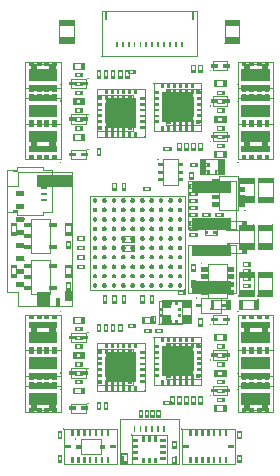
<source format=gbr>
G04*
G04 #@! TF.GenerationSoftware,Altium Limited,Altium Designer,24.1.2 (44)*
G04*
G04 Layer_Color=32768*
%FSLAX25Y25*%
%MOIN*%
G70*
G04*
G04 #@! TF.SameCoordinates,8AA45DA3-EFE9-42F3-ADE2-6CCF78DF1A05*
G04*
G04*
G04 #@! TF.FilePolarity,Positive*
G04*
G01*
G75*
%ADD129C,0.00200*%
G36*
X65965Y152953D02*
Y152952D01*
X65374D01*
Y152953D01*
Y155709D01*
X65965D01*
Y152953D01*
D02*
G37*
G36*
X36988D02*
Y152952D01*
X36397D01*
Y152953D01*
Y155709D01*
X36988D01*
Y152953D01*
D02*
G37*
G36*
X81201Y151181D02*
X76280D01*
Y153150D01*
X81201D01*
Y151181D01*
D02*
G37*
G36*
X26083D02*
X21161D01*
Y153150D01*
X26083D01*
Y151181D01*
D02*
G37*
G36*
X81201Y145512D02*
X81299D01*
X81437Y145373D01*
Y145178D01*
X81299Y145039D01*
X81103D01*
X80965Y145178D01*
Y145276D01*
X76515D01*
Y145178D01*
X76377Y145039D01*
X76181D01*
X76043Y145178D01*
Y145373D01*
X76181Y145512D01*
X76280D01*
Y147244D01*
X81201D01*
Y145512D01*
D02*
G37*
G36*
X26083D02*
X26181D01*
X26319Y145373D01*
Y145178D01*
X26181Y145039D01*
X25985D01*
X25847Y145178D01*
Y145276D01*
X21397D01*
Y145178D01*
X21259Y145039D01*
X21063D01*
X20925Y145178D01*
Y145373D01*
X21063Y145512D01*
X21161D01*
Y147244D01*
X26083D01*
Y145512D01*
D02*
G37*
G36*
X62303Y143897D02*
X61713D01*
Y145866D01*
X62303D01*
Y143897D01*
D02*
G37*
G36*
X60334D02*
X59744D01*
Y145866D01*
X60334D01*
Y143897D01*
D02*
G37*
G36*
X58366D02*
X57776D01*
Y145866D01*
X58366D01*
Y143897D01*
D02*
G37*
G36*
X56397D02*
X55807D01*
Y145866D01*
X56397D01*
Y143897D01*
D02*
G37*
G36*
X54429D02*
X53839D01*
Y145866D01*
X54429D01*
Y143897D01*
D02*
G37*
G36*
X52460D02*
X51870D01*
Y145866D01*
X52460D01*
Y143897D01*
D02*
G37*
G36*
X50492D02*
X49902D01*
Y145866D01*
X50492D01*
Y143897D01*
D02*
G37*
G36*
X48523D02*
X47933D01*
Y145866D01*
X48523D01*
Y143897D01*
D02*
G37*
G36*
X46555D02*
X45965D01*
Y145866D01*
X46555D01*
Y143897D01*
D02*
G37*
G36*
X44586D02*
X43996D01*
Y145866D01*
X44586D01*
Y143897D01*
D02*
G37*
G36*
X42618D02*
X42028D01*
Y145866D01*
X42618D01*
Y143897D01*
D02*
G37*
G36*
X40649D02*
X40059D01*
Y145866D01*
X40649D01*
Y143897D01*
D02*
G37*
G36*
X67026Y141176D02*
X67163Y141041D01*
X67165Y140945D01*
X67165Y140945D01*
X67163Y140849D01*
X67026Y140714D01*
X66833Y140714D01*
X66695Y140849D01*
X66693Y140945D01*
X66693Y140945D01*
X66695Y141041D01*
X66833Y141176D01*
X67026Y141176D01*
D02*
G37*
G36*
X35667Y141041D02*
X35669Y140945D01*
X35669Y140945D01*
X35667Y140849D01*
X35530Y140714D01*
X35337Y140714D01*
X35199Y140849D01*
X35197Y140945D01*
X35197Y140945D01*
X35199Y141041D01*
X35337Y141176D01*
X35529Y141176D01*
X35667Y141041D01*
D02*
G37*
G36*
X91240Y137717D02*
X90551D01*
Y136674D01*
X91339D01*
Y132777D01*
X81890D01*
Y136674D01*
X82677D01*
Y137717D01*
X81988D01*
Y138976D01*
X83563D01*
Y138287D01*
X84547D01*
Y138976D01*
X86122D01*
Y137717D01*
X84646D01*
Y136674D01*
X88583D01*
Y137717D01*
X87106D01*
Y138976D01*
X88681D01*
Y138287D01*
X89665D01*
Y138976D01*
X91240D01*
Y137717D01*
D02*
G37*
G36*
X20374D02*
X19684D01*
Y136674D01*
X20472D01*
Y132777D01*
X11023D01*
Y136674D01*
X11811D01*
Y137717D01*
X11122D01*
Y138976D01*
X12697D01*
Y138287D01*
X13681D01*
Y138976D01*
X15256D01*
Y137717D01*
X13779D01*
Y136674D01*
X17716D01*
Y137717D01*
X16240D01*
Y138976D01*
X17815D01*
Y138287D01*
X18799D01*
Y138976D01*
X20374D01*
Y137717D01*
D02*
G37*
G36*
X68701Y137599D02*
X67520D01*
Y138189D01*
X68701D01*
Y137599D01*
D02*
G37*
G36*
X66339D02*
X65157D01*
Y138189D01*
X66339D01*
Y137599D01*
D02*
G37*
G36*
X77953Y137205D02*
X75590D01*
Y138386D01*
X77953D01*
Y137205D01*
D02*
G37*
G36*
X74016D02*
X71653D01*
Y138386D01*
X74016D01*
Y137205D01*
D02*
G37*
G36*
X29528Y136811D02*
X28543D01*
Y138780D01*
X29528D01*
Y136811D01*
D02*
G37*
G36*
X26575D02*
X25591D01*
Y138780D01*
X26575D01*
Y136811D01*
D02*
G37*
G36*
X71890Y136318D02*
Y136221D01*
Y136123D01*
X71751Y135984D01*
X71556D01*
X71417Y136123D01*
Y136221D01*
Y136318D01*
X71556Y136457D01*
X71751D01*
X71890Y136318D01*
D02*
G37*
G36*
X68701Y135827D02*
X67520D01*
Y136417D01*
X68701D01*
Y135827D01*
D02*
G37*
G36*
X66339D02*
X65157D01*
Y136417D01*
X66339D01*
Y135827D01*
D02*
G37*
G36*
X41929Y135630D02*
X40748D01*
Y136221D01*
X41929D01*
Y135630D01*
D02*
G37*
G36*
X39567D02*
X38386D01*
Y136221D01*
X39567D01*
Y135630D01*
D02*
G37*
G36*
X37205D02*
X36024D01*
Y136221D01*
X37205D01*
Y135630D01*
D02*
G37*
G36*
X34843D02*
X33661D01*
Y136221D01*
X34843D01*
Y135630D01*
D02*
G37*
G36*
X46457Y135236D02*
X45866D01*
Y136417D01*
X46457D01*
Y135236D01*
D02*
G37*
G36*
X44685D02*
X44094D01*
Y135630D01*
X43110D01*
Y136221D01*
X44094D01*
Y136417D01*
X44685D01*
Y135236D01*
D02*
G37*
G36*
X28740Y134252D02*
X28150D01*
Y135433D01*
X28740D01*
Y134252D01*
D02*
G37*
G36*
X26969D02*
X26378D01*
Y135433D01*
X26969D01*
Y134252D01*
D02*
G37*
G36*
X44291Y133858D02*
X43110D01*
Y134449D01*
X44291D01*
Y133858D01*
D02*
G37*
G36*
X41929D02*
X40748D01*
Y134449D01*
X41929D01*
Y133858D01*
D02*
G37*
G36*
X39567D02*
X38386D01*
Y134449D01*
X39567D01*
Y133858D01*
D02*
G37*
G36*
X37205D02*
X36024D01*
Y134449D01*
X37205D01*
Y133858D01*
D02*
G37*
G36*
X34843D02*
X33661D01*
Y134449D01*
X34843D01*
Y133858D01*
D02*
G37*
G36*
X30945Y133562D02*
Y133465D01*
Y133367D01*
X30806Y133228D01*
X30611D01*
X30472Y133367D01*
Y133465D01*
Y133562D01*
X30611Y133701D01*
X30806D01*
X30945Y133562D01*
D02*
G37*
G36*
X52992Y131988D02*
Y131792D01*
X52854Y131654D01*
X52658D01*
X52520Y131792D01*
Y131988D01*
X52658Y132126D01*
X52854D01*
X52992Y131988D01*
D02*
G37*
G36*
X30709Y131299D02*
X28150D01*
Y132480D01*
X30709D01*
Y131299D01*
D02*
G37*
G36*
X26969D02*
X24409D01*
Y132480D01*
X26969D01*
Y131299D01*
D02*
G37*
G36*
X80945Y131593D02*
Y131496D01*
Y131398D01*
X80806Y131259D01*
X80611D01*
X80472Y131398D01*
Y131496D01*
Y131593D01*
X80611Y131732D01*
X80806D01*
X80945Y131593D01*
D02*
G37*
G36*
X21890D02*
Y131496D01*
Y131398D01*
X21751Y131259D01*
X21556D01*
X21417Y131398D01*
Y131496D01*
Y131593D01*
X21556Y131732D01*
X21751D01*
X21890Y131593D01*
D02*
G37*
G36*
X76772Y130905D02*
X75788D01*
Y132874D01*
X76772D01*
Y130905D01*
D02*
G37*
G36*
X73819D02*
X72835D01*
Y132874D01*
X73819D01*
Y130905D01*
D02*
G37*
G36*
X66024Y130315D02*
X65079D01*
Y131890D01*
X66024D01*
Y130315D01*
D02*
G37*
G36*
X64055D02*
X63110D01*
Y131890D01*
X64055D01*
Y130315D01*
D02*
G37*
G36*
X62087D02*
X61142D01*
Y131890D01*
X62087D01*
Y130315D01*
D02*
G37*
G36*
X60118D02*
X59173D01*
Y131890D01*
X60118D01*
Y130315D01*
D02*
G37*
G36*
X58150D02*
X57205D01*
Y131890D01*
X58150D01*
Y130315D01*
D02*
G37*
G36*
X56181D02*
X55236D01*
Y131890D01*
X56181D01*
Y130315D01*
D02*
G37*
G36*
X66049Y128346D02*
X65748D01*
Y127362D01*
X65951D01*
Y120669D01*
X65748D01*
Y119685D01*
X66049D01*
Y118110D01*
X65065D01*
Y118898D01*
X64081D01*
Y118110D01*
X63097D01*
Y118898D01*
X62112D01*
Y118110D01*
X61128D01*
Y118898D01*
X60144D01*
Y118110D01*
X59160D01*
Y118898D01*
X58313D01*
Y118311D01*
X57053D01*
Y118898D01*
X55512D01*
Y129134D01*
X57053D01*
Y129720D01*
X58313D01*
Y129134D01*
X59160D01*
Y129921D01*
X60144D01*
Y129134D01*
X61128D01*
Y129921D01*
X62112D01*
Y129134D01*
X63097D01*
Y129921D01*
X64081D01*
Y129134D01*
X65065D01*
Y129921D01*
X66049D01*
Y128346D01*
D02*
G37*
G36*
X91339Y129410D02*
X91240D01*
Y129055D01*
X89665D01*
Y129410D01*
X88681D01*
Y129055D01*
X87106D01*
Y129410D01*
X86122D01*
Y129055D01*
X84547D01*
Y129410D01*
X83563D01*
Y129055D01*
X81988D01*
Y129410D01*
X81890D01*
Y131457D01*
X91339D01*
Y129410D01*
D02*
G37*
G36*
X20472D02*
X20374D01*
Y129055D01*
X18799D01*
Y129410D01*
X17815D01*
Y129055D01*
X16240D01*
Y129410D01*
X15256D01*
Y129055D01*
X13681D01*
Y129410D01*
X12697D01*
Y129055D01*
X11122D01*
Y129410D01*
X11023D01*
Y131457D01*
X20472D01*
Y129410D01*
D02*
G37*
G36*
X54331Y128464D02*
X52756D01*
Y129409D01*
X54331D01*
Y128464D01*
D02*
G37*
G36*
X68156Y129409D02*
X68504D01*
Y128464D01*
X68156D01*
Y128460D01*
X66896D01*
Y129720D01*
X68156D01*
Y129409D01*
D02*
G37*
G36*
X47126Y128346D02*
X46181D01*
Y129921D01*
X47126D01*
Y128346D01*
D02*
G37*
G36*
X45158D02*
X44213D01*
Y129921D01*
X45158D01*
Y128346D01*
D02*
G37*
G36*
X43189D02*
X42244D01*
Y129921D01*
X43189D01*
Y128346D01*
D02*
G37*
G36*
X41221D02*
X40276D01*
Y129921D01*
X41221D01*
Y128346D01*
D02*
G37*
G36*
X39252D02*
X38307D01*
Y129921D01*
X39252D01*
Y128346D01*
D02*
G37*
G36*
X37284D02*
X36339D01*
Y129921D01*
X37284D01*
Y128346D01*
D02*
G37*
G36*
X75984Y128346D02*
X75394D01*
Y129528D01*
X75984D01*
Y128346D01*
D02*
G37*
G36*
X74212D02*
X73622D01*
Y129528D01*
X74212D01*
Y128346D01*
D02*
G37*
G36*
X28740D02*
X28150D01*
Y129528D01*
X28740D01*
Y128346D01*
D02*
G37*
G36*
X26969D02*
X26378D01*
Y129528D01*
X26969D01*
Y128346D01*
D02*
G37*
G36*
X91240Y128071D02*
X91339D01*
Y126023D01*
X81890D01*
Y128071D01*
X81988D01*
Y128425D01*
X83563D01*
Y128071D01*
X84547D01*
Y128425D01*
X86122D01*
Y128071D01*
X87106D01*
Y128425D01*
X88681D01*
Y128071D01*
X89665D01*
Y128425D01*
X91240D01*
Y128071D01*
D02*
G37*
G36*
X20374D02*
X20472D01*
Y126023D01*
X11023D01*
Y128071D01*
X11122D01*
Y128425D01*
X12697D01*
Y128071D01*
X13681D01*
Y128425D01*
X15256D01*
Y128071D01*
X16240D01*
Y128425D01*
X17815D01*
Y128071D01*
X18799D01*
Y128425D01*
X20374D01*
Y128071D01*
D02*
G37*
G36*
X34089Y128051D02*
Y127953D01*
Y127855D01*
X33950Y127717D01*
X33754D01*
X33616Y127855D01*
Y127953D01*
Y128051D01*
X33754Y128189D01*
X33950D01*
X34089Y128051D01*
D02*
G37*
G36*
X43202Y127165D02*
X44049D01*
Y127752D01*
X45309D01*
Y127165D01*
X46850D01*
Y116929D01*
X45309D01*
Y116343D01*
X44049D01*
Y116929D01*
X43202D01*
Y116142D01*
X42218D01*
Y116929D01*
X41234D01*
Y116142D01*
X40250D01*
Y116929D01*
X39265D01*
Y116142D01*
X38281D01*
Y116929D01*
X37297D01*
Y116142D01*
X36313D01*
Y117717D01*
X36614D01*
Y118701D01*
X36411D01*
Y125394D01*
X36614D01*
Y126378D01*
X36313D01*
Y127953D01*
X37297D01*
Y127165D01*
X38281D01*
Y127953D01*
X39265D01*
Y127165D01*
X40250D01*
Y127953D01*
X41234D01*
Y127165D01*
X42218D01*
Y127953D01*
X43202D01*
Y127165D01*
D02*
G37*
G36*
X54331Y126496D02*
X52756D01*
Y127441D01*
X54331D01*
Y126496D01*
D02*
G37*
G36*
X49606D02*
X48031D01*
Y127441D01*
X49606D01*
Y126496D01*
D02*
G37*
G36*
X35466Y126492D02*
X34206D01*
Y126496D01*
X33858D01*
Y127441D01*
X34206D01*
Y127752D01*
X35466D01*
Y126492D01*
D02*
G37*
G36*
X68510Y126476D02*
X66935D01*
Y126496D01*
X66929D01*
Y127441D01*
X66935D01*
Y127460D01*
X68510D01*
Y126476D01*
D02*
G37*
G36*
X80945Y126083D02*
Y125985D01*
Y125887D01*
X80806Y125749D01*
X80611D01*
X80472Y125887D01*
Y125985D01*
Y126083D01*
X80611Y126221D01*
X80806D01*
X80945Y126083D01*
D02*
G37*
G36*
X21890D02*
Y125985D01*
Y125887D01*
X21751Y125749D01*
X21556D01*
X21417Y125887D01*
Y125985D01*
Y126083D01*
X21556Y126221D01*
X21751D01*
X21890Y126083D01*
D02*
G37*
G36*
X77953Y125394D02*
X75394D01*
Y126575D01*
X77953D01*
Y125394D01*
D02*
G37*
G36*
X74212D02*
X71653D01*
Y126575D01*
X74212D01*
Y125394D01*
D02*
G37*
G36*
X29528Y125000D02*
X28543D01*
Y125394D01*
X28150D01*
Y126575D01*
X28543D01*
Y126969D01*
X29528D01*
Y125000D01*
D02*
G37*
G36*
X26575Y126575D02*
X26969D01*
Y125394D01*
X26575D01*
Y125000D01*
X25591D01*
Y126969D01*
X26575D01*
Y126575D01*
D02*
G37*
G36*
X54331Y124528D02*
X52756D01*
Y125472D01*
X54331D01*
Y124528D01*
D02*
G37*
G36*
X49606D02*
X48031D01*
Y125472D01*
X49606D01*
Y124528D01*
D02*
G37*
G36*
X35427Y125472D02*
X35433D01*
Y124528D01*
X35427D01*
Y124509D01*
X33852D01*
Y125493D01*
X35427D01*
Y125472D01*
D02*
G37*
G36*
X68510Y124508D02*
X66935D01*
Y124528D01*
X66929D01*
Y125472D01*
X66935D01*
Y125492D01*
X68510D01*
Y124508D01*
D02*
G37*
G36*
X71890Y124507D02*
Y124409D01*
Y124312D01*
X71751Y124173D01*
X71556D01*
X71417Y124312D01*
Y124409D01*
Y124507D01*
X71556Y124646D01*
X71751D01*
X71890Y124507D01*
D02*
G37*
G36*
X54331Y122559D02*
X52756D01*
Y123504D01*
X54331D01*
Y122559D01*
D02*
G37*
G36*
X49606D02*
X48031D01*
Y123504D01*
X49606D01*
Y122559D01*
D02*
G37*
G36*
X35427Y123504D02*
X35433D01*
Y122559D01*
X35427D01*
Y122540D01*
X33852D01*
Y123524D01*
X35427D01*
Y123504D01*
D02*
G37*
G36*
X68510Y122539D02*
X66935D01*
Y122559D01*
X66929D01*
Y123504D01*
X66935D01*
Y123523D01*
X68510D01*
Y122539D01*
D02*
G37*
G36*
X75984Y122441D02*
X75394D01*
Y123622D01*
X75984D01*
Y122441D01*
D02*
G37*
G36*
X74212D02*
X73622D01*
Y123622D01*
X74212D01*
Y122441D01*
D02*
G37*
G36*
X28740D02*
X28150D01*
Y123622D01*
X28740D01*
Y122441D01*
D02*
G37*
G36*
X26969D02*
X26378D01*
Y123622D01*
X26969D01*
Y122441D01*
D02*
G37*
G36*
X30945Y121751D02*
Y121653D01*
Y121556D01*
X30806Y121417D01*
X30611D01*
X30472Y121556D01*
Y121653D01*
Y121751D01*
X30611Y121890D01*
X30806D01*
X30945Y121751D01*
D02*
G37*
G36*
X91339Y120806D02*
X81890D01*
Y124704D01*
X91339D01*
Y120806D01*
D02*
G37*
G36*
X20472D02*
X11023D01*
Y124704D01*
X20472D01*
Y120806D01*
D02*
G37*
G36*
X54331Y120590D02*
X52756D01*
Y121535D01*
X54331D01*
Y120590D01*
D02*
G37*
G36*
X49606D02*
X48031D01*
Y121535D01*
X49606D01*
Y120590D01*
D02*
G37*
G36*
X35427Y121535D02*
X35433D01*
Y120590D01*
X35427D01*
Y120571D01*
X33852D01*
Y121555D01*
X35427D01*
Y121535D01*
D02*
G37*
G36*
X68510Y120570D02*
X66935D01*
Y120590D01*
X66929D01*
Y121535D01*
X66935D01*
Y121554D01*
X68510D01*
Y120570D01*
D02*
G37*
G36*
X30709Y119488D02*
X28150D01*
Y120669D01*
X30709D01*
Y119488D01*
D02*
G37*
G36*
X26969D02*
X24409D01*
Y120669D01*
X26969D01*
Y119488D01*
D02*
G37*
G36*
X76772Y119094D02*
X75788D01*
Y119488D01*
X75394D01*
Y120669D01*
X75788D01*
Y121063D01*
X76772D01*
Y119094D01*
D02*
G37*
G36*
X73819Y120669D02*
X74212D01*
Y119488D01*
X73819D01*
Y119094D01*
X72835D01*
Y121063D01*
X73819D01*
Y120669D01*
D02*
G37*
G36*
X54331Y118622D02*
X52756D01*
Y119567D01*
X54331D01*
Y118622D01*
D02*
G37*
G36*
X49606D02*
X48031D01*
Y119567D01*
X49606D01*
Y118622D01*
D02*
G37*
G36*
X35427Y119567D02*
X35433D01*
Y118622D01*
X35427D01*
Y118603D01*
X33852D01*
Y119587D01*
X35427D01*
Y119567D01*
D02*
G37*
G36*
X91240Y118504D02*
X89665D01*
Y119764D01*
X91240D01*
Y118504D01*
D02*
G37*
G36*
X88681D02*
X87106D01*
Y119764D01*
X88681D01*
Y118504D01*
D02*
G37*
G36*
X86122D02*
X84547D01*
Y119764D01*
X86122D01*
Y118504D01*
D02*
G37*
G36*
X83563D02*
X81988D01*
Y119764D01*
X83563D01*
Y118504D01*
D02*
G37*
G36*
X20374D02*
X18799D01*
Y119764D01*
X20374D01*
Y118504D01*
D02*
G37*
G36*
X17815D02*
X16240D01*
Y119764D01*
X17815D01*
Y118504D01*
D02*
G37*
G36*
X15256D02*
X13681D01*
Y119764D01*
X15256D01*
Y118504D01*
D02*
G37*
G36*
X12697D02*
X11122D01*
Y119764D01*
X12697D01*
Y118504D01*
D02*
G37*
G36*
X68156Y119567D02*
X68504D01*
Y118622D01*
X68156D01*
Y118311D01*
X66896D01*
Y119571D01*
X68156D01*
Y119567D01*
D02*
G37*
G36*
X68746Y118208D02*
Y118110D01*
Y118012D01*
X68608Y117874D01*
X68412D01*
X68274Y118012D01*
Y118110D01*
Y118208D01*
X68412Y118346D01*
X68608D01*
X68746Y118208D01*
D02*
G37*
G36*
X91240Y117244D02*
X89665D01*
Y118504D01*
X91240D01*
Y117244D01*
D02*
G37*
G36*
X88681D02*
X87106D01*
Y118504D01*
X88681D01*
Y117244D01*
D02*
G37*
G36*
X86122D02*
X84547D01*
Y118504D01*
X86122D01*
Y117244D01*
D02*
G37*
G36*
X83563D02*
X81988D01*
Y118504D01*
X83563D01*
Y117244D01*
D02*
G37*
G36*
X20374D02*
X18799D01*
Y118504D01*
X20374D01*
Y117244D01*
D02*
G37*
G36*
X17815D02*
X16240D01*
Y118504D01*
X17815D01*
Y117244D01*
D02*
G37*
G36*
X15256D02*
X13681D01*
Y118504D01*
X15256D01*
Y117244D01*
D02*
G37*
G36*
X12697D02*
X11122D01*
Y118504D01*
X12697D01*
Y117244D01*
D02*
G37*
G36*
X49606Y116654D02*
X48031D01*
Y117598D01*
X49606D01*
Y116654D01*
D02*
G37*
G36*
X75984Y116535D02*
X75394D01*
Y117717D01*
X75984D01*
Y116535D01*
D02*
G37*
G36*
X74212D02*
X73622D01*
Y117717D01*
X74212D01*
Y116535D01*
D02*
G37*
G36*
X28740D02*
X28150D01*
Y117717D01*
X28740D01*
Y116535D01*
D02*
G37*
G36*
X26969D02*
X26378D01*
Y117717D01*
X26969D01*
Y116535D01*
D02*
G37*
G36*
X35466Y116343D02*
X34206D01*
Y116654D01*
X33858D01*
Y117598D01*
X34206D01*
Y117603D01*
X35466D01*
Y116343D01*
D02*
G37*
G36*
X66024Y116142D02*
X65079D01*
Y117717D01*
X66024D01*
Y116142D01*
D02*
G37*
G36*
X64055D02*
X63110D01*
Y117717D01*
X64055D01*
Y116142D01*
D02*
G37*
G36*
X62087D02*
X61142D01*
Y117717D01*
X62087D01*
Y116142D01*
D02*
G37*
G36*
X60118D02*
X59173D01*
Y117717D01*
X60118D01*
Y116142D01*
D02*
G37*
G36*
X58150D02*
X57205D01*
Y117717D01*
X58150D01*
Y116142D01*
D02*
G37*
G36*
X56181D02*
X55236D01*
Y117717D01*
X56181D01*
Y116142D01*
D02*
G37*
G36*
X47126Y114173D02*
X46181D01*
Y115748D01*
X47126D01*
Y114173D01*
D02*
G37*
G36*
X45158D02*
X44213D01*
Y115748D01*
X45158D01*
Y114173D01*
D02*
G37*
G36*
X43189D02*
X42244D01*
Y115748D01*
X43189D01*
Y114173D01*
D02*
G37*
G36*
X41221D02*
X40276D01*
Y115748D01*
X41221D01*
Y114173D01*
D02*
G37*
G36*
X39252D02*
X38307D01*
Y115748D01*
X39252D01*
Y114173D01*
D02*
G37*
G36*
X37284D02*
X36339D01*
Y115748D01*
X37284D01*
Y114173D01*
D02*
G37*
G36*
X49842Y114271D02*
Y114075D01*
X49704Y113937D01*
X49509D01*
X49370Y114075D01*
Y114271D01*
X49509Y114409D01*
X49704D01*
X49842Y114271D01*
D02*
G37*
G36*
X75984Y114764D02*
X77953D01*
Y113583D01*
X75590D01*
Y113583D01*
X75394D01*
Y114764D01*
X75984D01*
Y114764D01*
D02*
G37*
G36*
X74212Y113583D02*
X74016D01*
Y113583D01*
X71653D01*
Y114764D01*
X73622D01*
Y114764D01*
X74212D01*
Y113583D01*
D02*
G37*
G36*
X29528Y113189D02*
X28543D01*
Y115157D01*
X29528D01*
Y113189D01*
D02*
G37*
G36*
X26575D02*
X25591D01*
Y115157D01*
X26575D01*
Y113189D01*
D02*
G37*
G36*
X71890Y112696D02*
Y112598D01*
Y112501D01*
X71751Y112362D01*
X71556D01*
X71417Y112501D01*
Y112598D01*
Y112696D01*
X71556Y112835D01*
X71751D01*
X71890Y112696D01*
D02*
G37*
G36*
X68701Y111614D02*
X67520D01*
Y112205D01*
X68701D01*
Y111614D01*
D02*
G37*
G36*
X66339D02*
X65157D01*
Y112205D01*
X66339D01*
Y111614D01*
D02*
G37*
G36*
X63976D02*
X62795D01*
Y112205D01*
X63976D01*
Y111614D01*
D02*
G37*
G36*
X61614D02*
X60433D01*
Y112205D01*
X61614D01*
Y111614D01*
D02*
G37*
G36*
X75984Y110630D02*
X75394D01*
Y111811D01*
X75984D01*
Y110630D01*
D02*
G37*
G36*
X74212D02*
X73622D01*
Y111811D01*
X74212D01*
Y110630D01*
D02*
G37*
G36*
X68701Y109843D02*
X67520D01*
Y110433D01*
X68701D01*
Y109843D01*
D02*
G37*
G36*
X66339D02*
X65157D01*
Y110433D01*
X66339D01*
Y109843D01*
D02*
G37*
G36*
X63976D02*
X62795D01*
Y110433D01*
X63976D01*
Y109843D01*
D02*
G37*
G36*
X61614D02*
X60433D01*
Y110433D01*
X61614D01*
Y109843D01*
D02*
G37*
G36*
X34843Y109646D02*
X33661D01*
Y110236D01*
X34843D01*
Y109646D01*
D02*
G37*
G36*
X58268Y109646D02*
X57677D01*
Y110827D01*
X58268D01*
Y109646D01*
D02*
G37*
G36*
X56496D02*
X55905D01*
Y110827D01*
X56496D01*
Y109646D01*
D02*
G37*
G36*
X30945Y109940D02*
Y109843D01*
Y109745D01*
X30806Y109606D01*
X30611D01*
X30472Y109745D01*
Y109843D01*
Y109940D01*
X30611Y110079D01*
X30806D01*
X30945Y109940D01*
D02*
G37*
G36*
X91339Y112304D02*
X90551D01*
Y110985D01*
X91339D01*
Y108937D01*
X81890D01*
Y110985D01*
X82677D01*
Y112304D01*
X81890D01*
Y116202D01*
X91339D01*
Y112304D01*
D02*
G37*
G36*
X20472D02*
X19685D01*
Y110985D01*
X20472D01*
Y108937D01*
X11023D01*
Y110985D01*
X11811D01*
Y112304D01*
X11023D01*
Y116202D01*
X20472D01*
Y112304D01*
D02*
G37*
G36*
X34843Y107874D02*
X33661D01*
Y108465D01*
X34843D01*
Y107874D01*
D02*
G37*
G36*
X30709Y107677D02*
X28346D01*
Y108858D01*
X30709D01*
Y107677D01*
D02*
G37*
G36*
X26772D02*
X24409D01*
Y108858D01*
X26772D01*
Y107677D01*
D02*
G37*
G36*
X76772Y107283D02*
X75788D01*
Y109252D01*
X76772D01*
Y107283D01*
D02*
G37*
G36*
X73819D02*
X72835D01*
Y109252D01*
X73819D01*
Y107283D01*
D02*
G37*
G36*
X91240Y106693D02*
X89665D01*
Y107953D01*
X91240D01*
Y106693D01*
D02*
G37*
G36*
X88681D02*
X87106D01*
Y107953D01*
X88681D01*
Y106693D01*
D02*
G37*
G36*
X86122D02*
X84547D01*
Y107953D01*
X86122D01*
Y106693D01*
D02*
G37*
G36*
X83563D02*
X81988D01*
Y107953D01*
X83563D01*
Y106693D01*
D02*
G37*
G36*
X20374D02*
X18799D01*
Y107953D01*
X20374D01*
Y106693D01*
D02*
G37*
G36*
X17815D02*
X16240D01*
Y107953D01*
X17815D01*
Y106693D01*
D02*
G37*
G36*
X15256D02*
X13681D01*
Y107953D01*
X15256D01*
Y106693D01*
D02*
G37*
G36*
X12697D02*
X11122D01*
Y107953D01*
X12697D01*
Y106693D01*
D02*
G37*
G36*
X54356Y106790D02*
Y106693D01*
Y106595D01*
X54218Y106456D01*
X54023D01*
X53884Y106595D01*
Y106693D01*
Y106790D01*
X54023Y106929D01*
X54218D01*
X54356Y106790D01*
D02*
G37*
G36*
X80945Y105610D02*
Y105512D01*
Y105414D01*
X80806Y105276D01*
X80611D01*
X80472Y105414D01*
Y105512D01*
Y105610D01*
X80611Y105748D01*
X80806D01*
X80945Y105610D01*
D02*
G37*
G36*
X21890D02*
Y105512D01*
Y105414D01*
X21751Y105276D01*
X21556D01*
X21417Y105414D01*
Y105512D01*
Y105610D01*
X21556Y105748D01*
X21751D01*
X21890Y105610D01*
D02*
G37*
G36*
X55833Y104429D02*
X54120D01*
Y105413D01*
X55833D01*
Y104429D01*
D02*
G37*
G36*
X62405Y104429D02*
X60693D01*
Y105413D01*
X62405D01*
Y104429D01*
D02*
G37*
G36*
X71063Y104331D02*
X70473D01*
Y105512D01*
X71063D01*
Y104331D01*
D02*
G37*
G36*
X67126D02*
X66536D01*
Y105512D01*
X67126D01*
Y104331D01*
D02*
G37*
G36*
X65354D02*
X64764D01*
Y105512D01*
X65354D01*
Y104331D01*
D02*
G37*
G36*
X7579Y102421D02*
X5610D01*
Y103012D01*
X7579D01*
Y102421D01*
D02*
G37*
G36*
X55833Y101870D02*
X54120D01*
Y102854D01*
X55833D01*
Y101870D01*
D02*
G37*
G36*
X62405Y101870D02*
X60693D01*
Y102854D01*
X62405D01*
Y101870D01*
D02*
G37*
G36*
X65748Y101772D02*
X64567D01*
Y102362D01*
X65748D01*
Y101772D01*
D02*
G37*
G36*
X73819Y101772D02*
X73228D01*
Y102953D01*
X73819D01*
Y101772D01*
D02*
G37*
G36*
X71063D02*
X70473D01*
Y102953D01*
X71063D01*
Y101772D01*
D02*
G37*
G36*
X70079Y101870D02*
X69291D01*
Y101772D01*
X68701D01*
Y101870D01*
X68110D01*
Y106791D01*
X70079D01*
Y101870D01*
D02*
G37*
G36*
X75984Y102106D02*
X76082D01*
X76220Y101968D01*
Y101870D01*
Y101772D01*
X76082Y101634D01*
X75886D01*
X75748Y101772D01*
Y101870D01*
Y101870D01*
X75590D01*
Y101772D01*
X75000D01*
Y101870D01*
X74016D01*
Y106791D01*
X75984D01*
Y102106D01*
D02*
G37*
G36*
X65748Y100000D02*
X64567D01*
Y100591D01*
X65748D01*
Y100000D01*
D02*
G37*
G36*
X55833Y99311D02*
X54120D01*
Y100295D01*
X55833D01*
Y99311D01*
D02*
G37*
G36*
X62405Y99311D02*
X60693D01*
Y100295D01*
X62405D01*
Y99311D01*
D02*
G37*
G36*
X92274Y98819D02*
X87254D01*
Y100394D01*
X92274D01*
Y98819D01*
D02*
G37*
G36*
X85925Y98425D02*
X83071D01*
Y98327D01*
X80669D01*
Y99901D01*
X81004D01*
Y100394D01*
X85925D01*
Y98425D01*
D02*
G37*
G36*
X43110Y98228D02*
X41929D01*
Y98819D01*
X43110D01*
Y98228D01*
D02*
G37*
G36*
X39961D02*
X38780D01*
Y98819D01*
X39961D01*
Y98228D01*
D02*
G37*
G36*
X25393Y97519D02*
X13582D01*
Y101456D01*
X25393D01*
Y97519D01*
D02*
G37*
G36*
X65157Y97047D02*
X64567D01*
Y98228D01*
X65157D01*
Y97047D01*
D02*
G37*
G36*
X17028Y96752D02*
X15059D01*
Y97342D01*
X17028D01*
Y96752D01*
D02*
G37*
G36*
X43110Y96457D02*
X41929D01*
Y97047D01*
X43110D01*
Y96457D01*
D02*
G37*
G36*
X39961D02*
X38780D01*
Y97047D01*
X39961D01*
Y96457D01*
D02*
G37*
G36*
X51575Y96260D02*
X50984D01*
Y97441D01*
X51575D01*
Y96260D01*
D02*
G37*
G36*
X49803D02*
X49213D01*
Y97441D01*
X49803D01*
Y96260D01*
D02*
G37*
G36*
X83071Y95768D02*
X80669D01*
Y97342D01*
X83071D01*
Y95768D01*
D02*
G37*
G36*
X17028Y94784D02*
X15059D01*
Y95374D01*
X17028D01*
Y94784D01*
D02*
G37*
G36*
X74449Y99212D02*
X78543D01*
Y95472D01*
X66929D01*
Y94685D01*
X66339D01*
Y95472D01*
X65551D01*
Y99212D01*
X72047D01*
Y99901D01*
X74449D01*
Y99212D01*
D02*
G37*
G36*
X65157Y94685D02*
X64567D01*
Y95866D01*
X65157D01*
Y94685D01*
D02*
G37*
G36*
X9252Y94370D02*
X6693D01*
Y95944D01*
X9252D01*
Y94370D01*
D02*
G37*
G36*
X74449Y93209D02*
X72047D01*
Y94784D01*
X74449D01*
Y93209D01*
D02*
G37*
G36*
X17028Y92815D02*
X15059D01*
Y93405D01*
X17028D01*
Y92815D01*
D02*
G37*
G36*
X92274Y92520D02*
X87254D01*
Y94095D01*
X92274D01*
Y92520D01*
D02*
G37*
G36*
X66929Y92323D02*
X66339D01*
Y93504D01*
X66929D01*
Y92323D01*
D02*
G37*
G36*
X65157D02*
X64567D01*
Y93504D01*
X65157D01*
Y92323D01*
D02*
G37*
G36*
X83071Y94488D02*
X85925D01*
Y92520D01*
X81240D01*
Y92422D01*
X81101Y92284D01*
X80906D01*
X80768Y92422D01*
Y92617D01*
X80906Y92756D01*
X81004D01*
Y93209D01*
X80669D01*
Y94784D01*
X83071D01*
Y94488D01*
D02*
G37*
G36*
X61863Y93581D02*
X62085Y93359D01*
X62205Y93070D01*
Y92756D01*
X62085Y92467D01*
X61863Y92245D01*
X61574Y92125D01*
X61260D01*
X60971Y92245D01*
X60749Y92467D01*
X60629Y92756D01*
Y93070D01*
X60749Y93359D01*
X60971Y93581D01*
X61260Y93701D01*
X61574D01*
X61863Y93581D01*
D02*
G37*
G36*
X58714D02*
X58936Y93359D01*
X59056Y93070D01*
Y92756D01*
X58936Y92467D01*
X58714Y92245D01*
X58425Y92125D01*
X58111D01*
X57822Y92245D01*
X57600Y92467D01*
X57480Y92756D01*
Y93070D01*
X57600Y93359D01*
X57822Y93581D01*
X58111Y93701D01*
X58425D01*
X58714Y93581D01*
D02*
G37*
G36*
X55564D02*
X55786Y93359D01*
X55906Y93070D01*
Y92756D01*
X55786Y92467D01*
X55564Y92245D01*
X55275Y92125D01*
X54961D01*
X54672Y92245D01*
X54450Y92467D01*
X54330Y92756D01*
Y93070D01*
X54450Y93359D01*
X54672Y93581D01*
X54961Y93701D01*
X55275D01*
X55564Y93581D01*
D02*
G37*
G36*
X52414D02*
X52636Y93359D01*
X52756Y93070D01*
Y92756D01*
X52636Y92467D01*
X52414Y92245D01*
X52125Y92125D01*
X51811D01*
X51522Y92245D01*
X51300Y92467D01*
X51180Y92756D01*
Y93070D01*
X51300Y93359D01*
X51522Y93581D01*
X51811Y93701D01*
X52125D01*
X52414Y93581D01*
D02*
G37*
G36*
X49265D02*
X49487Y93359D01*
X49607Y93070D01*
Y92756D01*
X49487Y92467D01*
X49265Y92245D01*
X48976Y92125D01*
X48662D01*
X48373Y92245D01*
X48151Y92467D01*
X48031Y92756D01*
Y93070D01*
X48151Y93359D01*
X48373Y93581D01*
X48662Y93701D01*
X48976D01*
X49265Y93581D01*
D02*
G37*
G36*
X46115D02*
X46337Y93359D01*
X46457Y93070D01*
Y92756D01*
X46337Y92467D01*
X46115Y92245D01*
X45826Y92125D01*
X45512D01*
X45223Y92245D01*
X45001Y92467D01*
X44881Y92756D01*
Y93070D01*
X45001Y93359D01*
X45223Y93581D01*
X45512Y93701D01*
X45826D01*
X46115Y93581D01*
D02*
G37*
G36*
X42966D02*
X43188Y93359D01*
X43308Y93070D01*
Y92756D01*
X43188Y92467D01*
X42966Y92245D01*
X42677Y92125D01*
X42363D01*
X42074Y92245D01*
X41852Y92467D01*
X41732Y92756D01*
Y93070D01*
X41852Y93359D01*
X42074Y93581D01*
X42363Y93701D01*
X42677D01*
X42966Y93581D01*
D02*
G37*
G36*
X39816D02*
X40038Y93359D01*
X40158Y93070D01*
Y92756D01*
X40038Y92467D01*
X39816Y92245D01*
X39527Y92125D01*
X39213D01*
X38924Y92245D01*
X38702Y92467D01*
X38582Y92756D01*
Y93070D01*
X38702Y93359D01*
X38924Y93581D01*
X39213Y93701D01*
X39527D01*
X39816Y93581D01*
D02*
G37*
G36*
X36666D02*
X36888Y93359D01*
X37008Y93070D01*
Y92756D01*
X36888Y92467D01*
X36666Y92245D01*
X36377Y92125D01*
X36063D01*
X35774Y92245D01*
X35552Y92467D01*
X35432Y92756D01*
Y93070D01*
X35552Y93359D01*
X35774Y93581D01*
X36063Y93701D01*
X36377D01*
X36666Y93581D01*
D02*
G37*
G36*
X33517D02*
X33739Y93359D01*
X33859Y93070D01*
Y92756D01*
X33739Y92467D01*
X33517Y92245D01*
X33228Y92125D01*
X32914D01*
X32625Y92245D01*
X32403Y92467D01*
X32283Y92756D01*
Y93070D01*
X32403Y93359D01*
X32625Y93581D01*
X32914Y93701D01*
X33228D01*
X33517Y93581D01*
D02*
G37*
G36*
X83071Y90650D02*
X80669D01*
Y92225D01*
X83071D01*
Y90650D01*
D02*
G37*
G36*
X74449D02*
X72047D01*
Y92225D01*
X74449D01*
Y90650D01*
D02*
G37*
G36*
X9251Y90039D02*
X6692D01*
Y91614D01*
X9251D01*
Y90039D01*
D02*
G37*
G36*
X66929Y89961D02*
X66339D01*
Y91142D01*
X66929D01*
Y89961D01*
D02*
G37*
G36*
X65157D02*
X64567D01*
Y91142D01*
X65157D01*
Y89961D01*
D02*
G37*
G36*
X83307Y89665D02*
Y89469D01*
X83168Y89331D01*
X82973D01*
X82835Y89469D01*
Y89665D01*
X82973Y89803D01*
X83168D01*
X83307Y89665D01*
D02*
G37*
G36*
X7579Y89114D02*
X5610D01*
Y89705D01*
X7579D01*
Y89114D01*
D02*
G37*
G36*
X61863Y90432D02*
X62085Y90210D01*
X62205Y89921D01*
Y89608D01*
X62085Y89318D01*
X61863Y89096D01*
X61574Y88977D01*
X61260D01*
X60971Y89096D01*
X60749Y89318D01*
X60629Y89608D01*
Y89921D01*
X60749Y90210D01*
X60971Y90432D01*
X61260Y90552D01*
X61574D01*
X61863Y90432D01*
D02*
G37*
G36*
X58714D02*
X58936Y90210D01*
X59056Y89921D01*
Y89608D01*
X58936Y89318D01*
X58714Y89096D01*
X58425Y88977D01*
X58111D01*
X57822Y89096D01*
X57600Y89318D01*
X57480Y89608D01*
Y89921D01*
X57600Y90210D01*
X57822Y90432D01*
X58111Y90552D01*
X58425D01*
X58714Y90432D01*
D02*
G37*
G36*
X55564D02*
X55786Y90210D01*
X55906Y89921D01*
Y89608D01*
X55786Y89318D01*
X55564Y89096D01*
X55275Y88977D01*
X54961D01*
X54672Y89096D01*
X54450Y89318D01*
X54330Y89608D01*
Y89921D01*
X54450Y90210D01*
X54672Y90432D01*
X54961Y90552D01*
X55275D01*
X55564Y90432D01*
D02*
G37*
G36*
X52414D02*
X52636Y90210D01*
X52756Y89921D01*
Y89608D01*
X52636Y89318D01*
X52414Y89096D01*
X52125Y88977D01*
X51811D01*
X51522Y89096D01*
X51300Y89318D01*
X51180Y89608D01*
Y89921D01*
X51300Y90210D01*
X51522Y90432D01*
X51811Y90552D01*
X52125D01*
X52414Y90432D01*
D02*
G37*
G36*
X49265D02*
X49487Y90210D01*
X49607Y89921D01*
Y89608D01*
X49487Y89318D01*
X49265Y89096D01*
X48976Y88977D01*
X48662D01*
X48373Y89096D01*
X48151Y89318D01*
X48031Y89608D01*
Y89921D01*
X48151Y90210D01*
X48373Y90432D01*
X48662Y90552D01*
X48976D01*
X49265Y90432D01*
D02*
G37*
G36*
X46115D02*
X46337Y90210D01*
X46457Y89921D01*
Y89608D01*
X46337Y89318D01*
X46115Y89096D01*
X45826Y88977D01*
X45512D01*
X45223Y89096D01*
X45001Y89318D01*
X44881Y89608D01*
Y89921D01*
X45001Y90210D01*
X45223Y90432D01*
X45512Y90552D01*
X45826D01*
X46115Y90432D01*
D02*
G37*
G36*
X42966D02*
X43188Y90210D01*
X43308Y89921D01*
Y89608D01*
X43188Y89318D01*
X42966Y89096D01*
X42677Y88977D01*
X42363D01*
X42074Y89096D01*
X41852Y89318D01*
X41732Y89608D01*
Y89921D01*
X41852Y90210D01*
X42074Y90432D01*
X42363Y90552D01*
X42677D01*
X42966Y90432D01*
D02*
G37*
G36*
X39816D02*
X40038Y90210D01*
X40158Y89921D01*
Y89608D01*
X40038Y89318D01*
X39816Y89096D01*
X39527Y88977D01*
X39213D01*
X38924Y89096D01*
X38702Y89318D01*
X38582Y89608D01*
Y89921D01*
X38702Y90210D01*
X38924Y90432D01*
X39213Y90552D01*
X39527D01*
X39816Y90432D01*
D02*
G37*
G36*
X36666D02*
X36888Y90210D01*
X37008Y89921D01*
Y89608D01*
X36888Y89318D01*
X36666Y89096D01*
X36377Y88977D01*
X36063D01*
X35774Y89096D01*
X35552Y89318D01*
X35432Y89608D01*
Y89921D01*
X35552Y90210D01*
X35774Y90432D01*
X36063Y90552D01*
X36377D01*
X36666Y90432D01*
D02*
G37*
G36*
X33517D02*
X33739Y90210D01*
X33859Y89921D01*
Y89608D01*
X33739Y89318D01*
X33517Y89096D01*
X33228Y88977D01*
X32914D01*
X32625Y89096D01*
X32403Y89318D01*
X32283Y89608D01*
Y89921D01*
X32403Y90210D01*
X32625Y90432D01*
X32914Y90552D01*
X33228D01*
X33517Y90432D01*
D02*
G37*
G36*
X75590Y87598D02*
X75000D01*
Y88780D01*
X75590D01*
Y87598D01*
D02*
G37*
G36*
X73819D02*
X73228D01*
Y88780D01*
X73819D01*
Y87598D01*
D02*
G37*
G36*
X71260D02*
X70669D01*
Y88780D01*
X71260D01*
Y87598D01*
D02*
G37*
G36*
X69488D02*
X68898D01*
Y88780D01*
X69488D01*
Y87598D01*
D02*
G37*
G36*
X66929D02*
X66339D01*
Y88780D01*
X66929D01*
Y87598D01*
D02*
G37*
G36*
X65157D02*
X64567D01*
Y88780D01*
X65157D01*
Y87598D01*
D02*
G37*
G36*
X9803Y86791D02*
Y86596D01*
X9665Y86457D01*
X9469D01*
X9331Y86596D01*
Y86791D01*
X9469Y86930D01*
X9665D01*
X9803Y86791D01*
D02*
G37*
G36*
X61863Y87282D02*
X62085Y87060D01*
X62205Y86771D01*
Y86458D01*
X62085Y86168D01*
X61863Y85946D01*
X61574Y85826D01*
X61260D01*
X60971Y85946D01*
X60749Y86168D01*
X60629Y86458D01*
Y86771D01*
X60749Y87060D01*
X60971Y87282D01*
X61260Y87402D01*
X61574D01*
X61863Y87282D01*
D02*
G37*
G36*
X58714D02*
X58936Y87060D01*
X59056Y86771D01*
Y86458D01*
X58936Y86168D01*
X58714Y85946D01*
X58425Y85826D01*
X58111D01*
X57822Y85946D01*
X57600Y86168D01*
X57480Y86458D01*
Y86771D01*
X57600Y87060D01*
X57822Y87282D01*
X58111Y87402D01*
X58425D01*
X58714Y87282D01*
D02*
G37*
G36*
X55564D02*
X55786Y87060D01*
X55906Y86771D01*
Y86458D01*
X55786Y86168D01*
X55564Y85946D01*
X55275Y85826D01*
X54961D01*
X54672Y85946D01*
X54450Y86168D01*
X54330Y86458D01*
Y86771D01*
X54450Y87060D01*
X54672Y87282D01*
X54961Y87402D01*
X55275D01*
X55564Y87282D01*
D02*
G37*
G36*
X52414D02*
X52636Y87060D01*
X52756Y86771D01*
Y86458D01*
X52636Y86168D01*
X52414Y85946D01*
X52125Y85826D01*
X51811D01*
X51522Y85946D01*
X51300Y86168D01*
X51180Y86458D01*
Y86771D01*
X51300Y87060D01*
X51522Y87282D01*
X51811Y87402D01*
X52125D01*
X52414Y87282D01*
D02*
G37*
G36*
X49265D02*
X49487Y87060D01*
X49607Y86771D01*
Y86458D01*
X49487Y86168D01*
X49265Y85946D01*
X48976Y85826D01*
X48662D01*
X48373Y85946D01*
X48151Y86168D01*
X48031Y86458D01*
Y86771D01*
X48151Y87060D01*
X48373Y87282D01*
X48662Y87402D01*
X48976D01*
X49265Y87282D01*
D02*
G37*
G36*
X46115D02*
X46337Y87060D01*
X46457Y86771D01*
Y86458D01*
X46337Y86168D01*
X46115Y85946D01*
X45826Y85826D01*
X45512D01*
X45223Y85946D01*
X45001Y86168D01*
X44881Y86458D01*
Y86771D01*
X45001Y87060D01*
X45223Y87282D01*
X45512Y87402D01*
X45826D01*
X46115Y87282D01*
D02*
G37*
G36*
X42966D02*
X43188Y87060D01*
X43308Y86771D01*
Y86458D01*
X43188Y86168D01*
X42966Y85946D01*
X42677Y85826D01*
X42363D01*
X42074Y85946D01*
X41852Y86168D01*
X41732Y86458D01*
Y86771D01*
X41852Y87060D01*
X42074Y87282D01*
X42363Y87402D01*
X42677D01*
X42966Y87282D01*
D02*
G37*
G36*
X39816D02*
X40038Y87060D01*
X40158Y86771D01*
Y86458D01*
X40038Y86168D01*
X39816Y85946D01*
X39527Y85826D01*
X39213D01*
X38924Y85946D01*
X38702Y86168D01*
X38582Y86458D01*
Y86771D01*
X38702Y87060D01*
X38924Y87282D01*
X39213Y87402D01*
X39527D01*
X39816Y87282D01*
D02*
G37*
G36*
X36666D02*
X36888Y87060D01*
X37008Y86771D01*
Y86458D01*
X36888Y86168D01*
X36666Y85946D01*
X36377Y85826D01*
X36063D01*
X35774Y85946D01*
X35552Y86168D01*
X35432Y86458D01*
Y86771D01*
X35552Y87060D01*
X35774Y87282D01*
X36063Y87402D01*
X36377D01*
X36666Y87282D01*
D02*
G37*
G36*
X33517D02*
X33739Y87060D01*
X33859Y86771D01*
Y86458D01*
X33739Y86168D01*
X33517Y85946D01*
X33228Y85826D01*
X32914D01*
X32625Y85946D01*
X32403Y86168D01*
X32283Y86458D01*
Y86771D01*
X32403Y87060D01*
X32625Y87282D01*
X32914Y87402D01*
X33228D01*
X33517Y87282D01*
D02*
G37*
G36*
X9252Y85709D02*
X6693D01*
Y87284D01*
X9252D01*
Y85709D01*
D02*
G37*
G36*
X65157Y84842D02*
X64567D01*
Y86024D01*
X65157D01*
Y84842D01*
D02*
G37*
G36*
X25000Y84252D02*
X23031D01*
Y85236D01*
X25000D01*
Y84252D01*
D02*
G37*
G36*
X6890D02*
X4921D01*
Y85236D01*
X6890D01*
Y84252D01*
D02*
G37*
G36*
X20472Y84153D02*
X17874D01*
Y85531D01*
X20472D01*
Y84153D01*
D02*
G37*
G36*
X12047D02*
X9449D01*
Y85531D01*
X12047D01*
Y84153D01*
D02*
G37*
G36*
X64409Y83562D02*
Y83367D01*
X64271Y83228D01*
X64075D01*
X63937Y83367D01*
Y83562D01*
X64075Y83701D01*
X64271D01*
X64409Y83562D01*
D02*
G37*
G36*
X65157Y82874D02*
X64567D01*
Y84055D01*
X65157D01*
Y82874D01*
D02*
G37*
G36*
X92461Y84743D02*
Y84548D01*
X92323Y84410D01*
X92224D01*
Y82677D01*
X87303D01*
Y84646D01*
X91989D01*
Y84743D01*
X92127Y84882D01*
X92323D01*
X92461Y84743D01*
D02*
G37*
G36*
X83268Y84646D02*
X85690D01*
Y84743D01*
X85828Y84882D01*
X86023D01*
X86162Y84743D01*
Y84548D01*
X86023Y84410D01*
X85925D01*
Y82677D01*
X81004D01*
Y84646D01*
X82087D01*
Y86024D01*
X83268D01*
Y84646D01*
D02*
G37*
G36*
X61863Y84132D02*
X62085Y83910D01*
X62205Y83621D01*
Y83307D01*
X62085Y83018D01*
X61863Y82796D01*
X61574Y82677D01*
X61260D01*
X60971Y82796D01*
X60749Y83018D01*
X60629Y83307D01*
Y83621D01*
X60749Y83910D01*
X60971Y84132D01*
X61260Y84252D01*
X61574D01*
X61863Y84132D01*
D02*
G37*
G36*
X58714D02*
X58936Y83910D01*
X59056Y83621D01*
Y83307D01*
X58936Y83018D01*
X58714Y82796D01*
X58425Y82677D01*
X58111D01*
X57822Y82796D01*
X57600Y83018D01*
X57480Y83307D01*
Y83621D01*
X57600Y83910D01*
X57822Y84132D01*
X58111Y84252D01*
X58425D01*
X58714Y84132D01*
D02*
G37*
G36*
X55564D02*
X55786Y83910D01*
X55906Y83621D01*
Y83307D01*
X55786Y83018D01*
X55564Y82796D01*
X55275Y82677D01*
X54961D01*
X54672Y82796D01*
X54450Y83018D01*
X54330Y83307D01*
Y83621D01*
X54450Y83910D01*
X54672Y84132D01*
X54961Y84252D01*
X55275D01*
X55564Y84132D01*
D02*
G37*
G36*
X52414D02*
X52636Y83910D01*
X52756Y83621D01*
Y83307D01*
X52636Y83018D01*
X52414Y82796D01*
X52125Y82677D01*
X51811D01*
X51522Y82796D01*
X51300Y83018D01*
X51180Y83307D01*
Y83621D01*
X51300Y83910D01*
X51522Y84132D01*
X51811Y84252D01*
X52125D01*
X52414Y84132D01*
D02*
G37*
G36*
X49265D02*
X49487Y83910D01*
X49607Y83621D01*
Y83307D01*
X49487Y83018D01*
X49265Y82796D01*
X48976Y82677D01*
X48662D01*
X48373Y82796D01*
X48151Y83018D01*
X48031Y83307D01*
Y83621D01*
X48151Y83910D01*
X48373Y84132D01*
X48662Y84252D01*
X48976D01*
X49265Y84132D01*
D02*
G37*
G36*
X46115D02*
X46337Y83910D01*
X46457Y83621D01*
Y83307D01*
X46337Y83018D01*
X46115Y82796D01*
X45826Y82677D01*
X45512D01*
X45223Y82796D01*
X45001Y83018D01*
X44881Y83307D01*
Y83621D01*
X45001Y83910D01*
X45223Y84132D01*
X45512Y84252D01*
X45826D01*
X46115Y84132D01*
D02*
G37*
G36*
X42966D02*
X43188Y83910D01*
X43308Y83621D01*
Y83307D01*
X43188Y83018D01*
X42966Y82796D01*
X42677Y82677D01*
X42363D01*
X42074Y82796D01*
X41852Y83018D01*
X41732Y83307D01*
Y83621D01*
X41852Y83910D01*
X42074Y84132D01*
X42363Y84252D01*
X42677D01*
X42966Y84132D01*
D02*
G37*
G36*
X39816D02*
X40038Y83910D01*
X40158Y83621D01*
Y83307D01*
X40038Y83018D01*
X39816Y82796D01*
X39527Y82677D01*
X39213D01*
X38924Y82796D01*
X38702Y83018D01*
X38582Y83307D01*
Y83621D01*
X38702Y83910D01*
X38924Y84132D01*
X39213Y84252D01*
X39527D01*
X39816Y84132D01*
D02*
G37*
G36*
X36666D02*
X36888Y83910D01*
X37008Y83621D01*
Y83307D01*
X36888Y83018D01*
X36666Y82796D01*
X36377Y82677D01*
X36063D01*
X35774Y82796D01*
X35552Y83018D01*
X35432Y83307D01*
Y83621D01*
X35552Y83910D01*
X35774Y84132D01*
X36063Y84252D01*
X36377D01*
X36666Y84132D01*
D02*
G37*
G36*
X33517D02*
X33739Y83910D01*
X33859Y83621D01*
Y83307D01*
X33739Y83018D01*
X33517Y82796D01*
X33228Y82677D01*
X32914D01*
X32625Y82796D01*
X32403Y83018D01*
X32283Y83307D01*
Y83621D01*
X32403Y83910D01*
X32625Y84132D01*
X32914Y84252D01*
X33228D01*
X33517Y84132D01*
D02*
G37*
G36*
X78543Y83465D02*
X78150D01*
Y82874D01*
X77204D01*
Y82874D01*
Y82776D01*
X77066Y82638D01*
X76870D01*
X76732Y82776D01*
Y82874D01*
Y82972D01*
X76870Y83110D01*
X76968D01*
Y83465D01*
X66929D01*
Y82874D01*
X66339D01*
Y83465D01*
X65551D01*
Y87205D01*
X78543D01*
Y83465D01*
D02*
G37*
G36*
X70867Y81594D02*
X69686D01*
Y82775D01*
X70867D01*
Y81594D01*
D02*
G37*
G36*
X25000Y81299D02*
X23031D01*
Y82283D01*
X25000D01*
Y81299D01*
D02*
G37*
G36*
X9252Y81379D02*
X6890D01*
Y81299D01*
X4921D01*
Y82283D01*
X6693D01*
Y82954D01*
X9252D01*
Y81379D01*
D02*
G37*
G36*
X73623Y81731D02*
X73721D01*
X73859Y81593D01*
Y81397D01*
X73721Y81259D01*
X73525D01*
X73387Y81397D01*
Y81593D01*
X73387Y81594D01*
X72442D01*
Y82775D01*
X73623D01*
Y81731D01*
D02*
G37*
G36*
X66929Y80905D02*
X66339D01*
Y82087D01*
X66929D01*
Y80905D01*
D02*
G37*
G36*
X65157D02*
X64567D01*
Y82087D01*
X65157D01*
Y80905D01*
D02*
G37*
G36*
X12047Y80413D02*
X9449D01*
Y81791D01*
X12047D01*
Y80413D01*
D02*
G37*
G36*
X29528Y79724D02*
X28937D01*
Y80906D01*
X29528D01*
Y79724D01*
D02*
G37*
G36*
X27756D02*
X27165D01*
Y80906D01*
X27756D01*
Y79724D01*
D02*
G37*
G36*
X61863Y80983D02*
X62085Y80761D01*
X62205Y80472D01*
Y80159D01*
X62085Y79869D01*
X61863Y79647D01*
X61574Y79527D01*
X61260D01*
X60971Y79647D01*
X60749Y79869D01*
X60629Y80159D01*
Y80472D01*
X60749Y80761D01*
X60971Y80983D01*
X61260Y81103D01*
X61574D01*
X61863Y80983D01*
D02*
G37*
G36*
X58714D02*
X58936Y80761D01*
X59056Y80472D01*
Y80159D01*
X58936Y79869D01*
X58714Y79647D01*
X58425Y79527D01*
X58111D01*
X57822Y79647D01*
X57600Y79869D01*
X57480Y80159D01*
Y80472D01*
X57600Y80761D01*
X57822Y80983D01*
X58111Y81103D01*
X58425D01*
X58714Y80983D01*
D02*
G37*
G36*
X55564D02*
X55786Y80761D01*
X55906Y80472D01*
Y80159D01*
X55786Y79869D01*
X55564Y79647D01*
X55275Y79527D01*
X54961D01*
X54672Y79647D01*
X54450Y79869D01*
X54330Y80159D01*
Y80472D01*
X54450Y80761D01*
X54672Y80983D01*
X54961Y81103D01*
X55275D01*
X55564Y80983D01*
D02*
G37*
G36*
X52414D02*
X52636Y80761D01*
X52756Y80472D01*
Y80159D01*
X52636Y79869D01*
X52414Y79647D01*
X52125Y79527D01*
X51811D01*
X51522Y79647D01*
X51300Y79869D01*
X51180Y80159D01*
Y80472D01*
X51300Y80761D01*
X51522Y80983D01*
X51811Y81103D01*
X52125D01*
X52414Y80983D01*
D02*
G37*
G36*
X49265D02*
X49487Y80761D01*
X49607Y80472D01*
Y80159D01*
X49487Y79869D01*
X49265Y79647D01*
X48976Y79527D01*
X48662D01*
X48373Y79647D01*
X48151Y79869D01*
X48031Y80159D01*
Y80472D01*
X48151Y80761D01*
X48373Y80983D01*
X48662Y81103D01*
X48976D01*
X49265Y80983D01*
D02*
G37*
G36*
X39816D02*
X40038Y80761D01*
X40158Y80472D01*
Y80159D01*
X40038Y79869D01*
X39816Y79647D01*
X39527Y79527D01*
X39213D01*
X38924Y79647D01*
X38702Y79869D01*
X38582Y80159D01*
Y80472D01*
X38702Y80761D01*
X38924Y80983D01*
X39213Y81103D01*
X39527D01*
X39816Y80983D01*
D02*
G37*
G36*
X36666D02*
X36888Y80761D01*
X37008Y80472D01*
Y80159D01*
X36888Y79869D01*
X36666Y79647D01*
X36377Y79527D01*
X36063D01*
X35774Y79647D01*
X35552Y79869D01*
X35432Y80159D01*
Y80472D01*
X35552Y80761D01*
X35774Y80983D01*
X36063Y81103D01*
X36377D01*
X36666Y80983D01*
D02*
G37*
G36*
X33517D02*
X33739Y80761D01*
X33859Y80472D01*
Y80159D01*
X33739Y79869D01*
X33517Y79647D01*
X33228Y79527D01*
X32914D01*
X32625Y79647D01*
X32403Y79869D01*
X32283Y80159D01*
Y80472D01*
X32403Y80761D01*
X32625Y80983D01*
X32914Y81103D01*
X33228D01*
X33517Y80983D01*
D02*
G37*
G36*
X45827Y81102D02*
X46063D01*
Y81005D01*
X46115Y80983D01*
X46337Y80761D01*
X46457Y80472D01*
Y80159D01*
X46337Y79869D01*
X46115Y79647D01*
X46063Y79626D01*
Y79134D01*
X45079D01*
Y79791D01*
X45001Y79869D01*
X44881Y80159D01*
Y80472D01*
X45001Y80761D01*
X45079Y80839D01*
Y81102D01*
X45511D01*
X45512Y81103D01*
X45826D01*
X45827Y81102D01*
D02*
G37*
G36*
X42678D02*
X43110D01*
Y80839D01*
X43188Y80761D01*
X43308Y80472D01*
Y80159D01*
X43188Y79869D01*
X43110Y79791D01*
Y79134D01*
X42126D01*
Y79626D01*
X42074Y79647D01*
X41852Y79869D01*
X41732Y80159D01*
Y80472D01*
X41852Y80761D01*
X42074Y80983D01*
X42126Y81005D01*
Y81102D01*
X42362D01*
X42363Y81103D01*
X42677D01*
X42678Y81102D01*
D02*
G37*
G36*
X24606Y78740D02*
X23425D01*
Y79331D01*
X24606D01*
Y78740D01*
D02*
G37*
G36*
X80157Y78051D02*
Y77855D01*
X80019Y77717D01*
X79823D01*
X79685Y77855D01*
Y78051D01*
X79823Y78189D01*
X80019D01*
X80157Y78051D01*
D02*
G37*
G36*
X9251Y77047D02*
X6692D01*
Y78622D01*
X9251D01*
Y77047D01*
D02*
G37*
G36*
X24606Y76968D02*
X23425D01*
Y77559D01*
X24606D01*
Y76968D01*
D02*
G37*
G36*
X92224Y76772D02*
X87303D01*
Y78740D01*
X92224D01*
Y76772D01*
D02*
G37*
G36*
X20472Y76673D02*
X17874D01*
Y78051D01*
X20472D01*
Y76673D01*
D02*
G37*
G36*
X12047D02*
X9449D01*
Y78051D01*
X12047D01*
Y76673D01*
D02*
G37*
G36*
X29528Y76575D02*
X28937D01*
Y77756D01*
X29528D01*
Y76575D01*
D02*
G37*
G36*
X27756D02*
X27165D01*
Y77756D01*
X27756D01*
Y76575D01*
D02*
G37*
G36*
X61863Y77833D02*
X62085Y77611D01*
X62205Y77322D01*
Y77008D01*
X62085Y76719D01*
X61863Y76497D01*
X61574Y76377D01*
X61260D01*
X60971Y76497D01*
X60749Y76719D01*
X60629Y77008D01*
Y77322D01*
X60749Y77611D01*
X60971Y77833D01*
X61260Y77953D01*
X61574D01*
X61863Y77833D01*
D02*
G37*
G36*
X58714D02*
X58936Y77611D01*
X59056Y77322D01*
Y77008D01*
X58936Y76719D01*
X58714Y76497D01*
X58425Y76377D01*
X58111D01*
X57822Y76497D01*
X57600Y76719D01*
X57480Y77008D01*
Y77322D01*
X57600Y77611D01*
X57822Y77833D01*
X58111Y77953D01*
X58425D01*
X58714Y77833D01*
D02*
G37*
G36*
X55564D02*
X55786Y77611D01*
X55906Y77322D01*
Y77008D01*
X55786Y76719D01*
X55564Y76497D01*
X55275Y76377D01*
X54961D01*
X54672Y76497D01*
X54450Y76719D01*
X54330Y77008D01*
Y77322D01*
X54450Y77611D01*
X54672Y77833D01*
X54961Y77953D01*
X55275D01*
X55564Y77833D01*
D02*
G37*
G36*
X52414D02*
X52636Y77611D01*
X52756Y77322D01*
Y77008D01*
X52636Y76719D01*
X52414Y76497D01*
X52125Y76377D01*
X51811D01*
X51522Y76497D01*
X51300Y76719D01*
X51180Y77008D01*
Y77322D01*
X51300Y77611D01*
X51522Y77833D01*
X51811Y77953D01*
X52125D01*
X52414Y77833D01*
D02*
G37*
G36*
X49265D02*
X49487Y77611D01*
X49607Y77322D01*
Y77008D01*
X49487Y76719D01*
X49265Y76497D01*
X48976Y76377D01*
X48662D01*
X48373Y76497D01*
X48151Y76719D01*
X48031Y77008D01*
Y77322D01*
X48151Y77611D01*
X48373Y77833D01*
X48662Y77953D01*
X48976D01*
X49265Y77833D01*
D02*
G37*
G36*
X39816D02*
X40038Y77611D01*
X40158Y77322D01*
Y77008D01*
X40038Y76719D01*
X39816Y76497D01*
X39527Y76377D01*
X39213D01*
X38924Y76497D01*
X38702Y76719D01*
X38582Y77008D01*
Y77322D01*
X38702Y77611D01*
X38924Y77833D01*
X39213Y77953D01*
X39527D01*
X39816Y77833D01*
D02*
G37*
G36*
X36666D02*
X36888Y77611D01*
X37008Y77322D01*
Y77008D01*
X36888Y76719D01*
X36666Y76497D01*
X36377Y76377D01*
X36063D01*
X35774Y76497D01*
X35552Y76719D01*
X35432Y77008D01*
Y77322D01*
X35552Y77611D01*
X35774Y77833D01*
X36063Y77953D01*
X36377D01*
X36666Y77833D01*
D02*
G37*
G36*
X33517D02*
X33739Y77611D01*
X33859Y77322D01*
Y77008D01*
X33739Y76719D01*
X33517Y76497D01*
X33228Y76377D01*
X32914D01*
X32625Y76497D01*
X32403Y76719D01*
X32283Y77008D01*
Y77322D01*
X32403Y77611D01*
X32625Y77833D01*
X32914Y77953D01*
X33228D01*
X33517Y77833D01*
D02*
G37*
G36*
X45826Y77953D02*
X46063D01*
Y77855D01*
X46115Y77833D01*
X46337Y77611D01*
X46457Y77322D01*
Y77008D01*
X46337Y76719D01*
X46115Y76497D01*
X46063Y76476D01*
Y75984D01*
X45079D01*
Y76641D01*
X45001Y76719D01*
X44881Y77008D01*
Y77322D01*
X45001Y77611D01*
X45079Y77689D01*
Y77953D01*
X45512D01*
X45512Y77953D01*
X45826D01*
X45826Y77953D01*
D02*
G37*
G36*
X42677D02*
X43110D01*
Y77689D01*
X43188Y77611D01*
X43308Y77322D01*
Y77008D01*
X43188Y76719D01*
X43110Y76641D01*
Y75984D01*
X42126D01*
Y76476D01*
X42074Y76497D01*
X41852Y76719D01*
X41732Y77008D01*
Y77322D01*
X41852Y77611D01*
X42074Y77833D01*
X42126Y77855D01*
Y77953D01*
X42363D01*
X42363Y77953D01*
X42677D01*
X42677Y77953D01*
D02*
G37*
G36*
X85925Y76772D02*
X83268D01*
Y75394D01*
X82087D01*
Y76772D01*
X81004D01*
Y78740D01*
X85925D01*
Y76772D01*
D02*
G37*
G36*
X78150Y77953D02*
X78543D01*
Y74212D01*
X65551D01*
Y77953D01*
X76968D01*
Y78543D01*
X78150D01*
Y77953D01*
D02*
G37*
G36*
X29528Y73425D02*
X28937D01*
Y74606D01*
X29528D01*
Y73425D01*
D02*
G37*
G36*
X27756D02*
X27165D01*
Y74606D01*
X27756D01*
Y73425D01*
D02*
G37*
G36*
X61863Y74684D02*
X62085Y74462D01*
X62205Y74173D01*
Y73860D01*
X62085Y73570D01*
X61863Y73348D01*
X61574Y73229D01*
X61260D01*
X60971Y73348D01*
X60749Y73570D01*
X60629Y73860D01*
Y74173D01*
X60749Y74462D01*
X60971Y74684D01*
X61260Y74804D01*
X61574D01*
X61863Y74684D01*
D02*
G37*
G36*
X58714D02*
X58936Y74462D01*
X59056Y74173D01*
Y73860D01*
X58936Y73570D01*
X58714Y73348D01*
X58425Y73229D01*
X58111D01*
X57822Y73348D01*
X57600Y73570D01*
X57480Y73860D01*
Y74173D01*
X57600Y74462D01*
X57822Y74684D01*
X58111Y74804D01*
X58425D01*
X58714Y74684D01*
D02*
G37*
G36*
X55564D02*
X55786Y74462D01*
X55906Y74173D01*
Y73860D01*
X55786Y73570D01*
X55564Y73348D01*
X55275Y73229D01*
X54961D01*
X54672Y73348D01*
X54450Y73570D01*
X54330Y73860D01*
Y74173D01*
X54450Y74462D01*
X54672Y74684D01*
X54961Y74804D01*
X55275D01*
X55564Y74684D01*
D02*
G37*
G36*
X52414D02*
X52636Y74462D01*
X52756Y74173D01*
Y73860D01*
X52636Y73570D01*
X52414Y73348D01*
X52125Y73229D01*
X51811D01*
X51522Y73348D01*
X51300Y73570D01*
X51180Y73860D01*
Y74173D01*
X51300Y74462D01*
X51522Y74684D01*
X51811Y74804D01*
X52125D01*
X52414Y74684D01*
D02*
G37*
G36*
X49265D02*
X49487Y74462D01*
X49607Y74173D01*
Y73860D01*
X49487Y73570D01*
X49265Y73348D01*
X48976Y73229D01*
X48662D01*
X48373Y73348D01*
X48151Y73570D01*
X48031Y73860D01*
Y74173D01*
X48151Y74462D01*
X48373Y74684D01*
X48662Y74804D01*
X48976D01*
X49265Y74684D01*
D02*
G37*
G36*
X46115D02*
X46337Y74462D01*
X46457Y74173D01*
Y73860D01*
X46337Y73570D01*
X46115Y73348D01*
X45826Y73229D01*
X45512D01*
X45223Y73348D01*
X45001Y73570D01*
X44881Y73860D01*
Y74173D01*
X45001Y74462D01*
X45223Y74684D01*
X45512Y74804D01*
X45826D01*
X46115Y74684D01*
D02*
G37*
G36*
X42966D02*
X43188Y74462D01*
X43308Y74173D01*
Y73860D01*
X43188Y73570D01*
X42966Y73348D01*
X42677Y73229D01*
X42363D01*
X42074Y73348D01*
X41852Y73570D01*
X41732Y73860D01*
Y74173D01*
X41852Y74462D01*
X42074Y74684D01*
X42363Y74804D01*
X42677D01*
X42966Y74684D01*
D02*
G37*
G36*
X39816D02*
X40038Y74462D01*
X40158Y74173D01*
Y73860D01*
X40038Y73570D01*
X39816Y73348D01*
X39527Y73229D01*
X39213D01*
X38924Y73348D01*
X38702Y73570D01*
X38582Y73860D01*
Y74173D01*
X38702Y74462D01*
X38924Y74684D01*
X39213Y74804D01*
X39527D01*
X39816Y74684D01*
D02*
G37*
G36*
X36666D02*
X36888Y74462D01*
X37008Y74173D01*
Y73860D01*
X36888Y73570D01*
X36666Y73348D01*
X36377Y73229D01*
X36063D01*
X35774Y73348D01*
X35552Y73570D01*
X35432Y73860D01*
Y74173D01*
X35552Y74462D01*
X35774Y74684D01*
X36063Y74804D01*
X36377D01*
X36666Y74684D01*
D02*
G37*
G36*
X33517D02*
X33739Y74462D01*
X33859Y74173D01*
Y73860D01*
X33739Y73570D01*
X33517Y73348D01*
X33228Y73229D01*
X32914D01*
X32625Y73348D01*
X32403Y73570D01*
X32283Y73860D01*
Y74173D01*
X32403Y74462D01*
X32625Y74684D01*
X32914Y74804D01*
X33228D01*
X33517Y74684D01*
D02*
G37*
G36*
X9252Y72717D02*
X6693D01*
Y74291D01*
X9252D01*
Y72717D01*
D02*
G37*
G36*
X9803Y73012D02*
Y72816D01*
X9665Y72678D01*
X9469D01*
X9331Y72816D01*
Y73012D01*
X9469Y73150D01*
X9665D01*
X9803Y73012D01*
D02*
G37*
G36*
X68740Y71948D02*
Y71752D01*
X68602Y71614D01*
X68406D01*
X68268Y71752D01*
Y71948D01*
X68406Y72086D01*
X68602D01*
X68740Y71948D01*
D02*
G37*
G36*
X66339Y71063D02*
X65157D01*
Y71653D01*
X66339D01*
Y71063D01*
D02*
G37*
G36*
X84646Y71063D02*
X84055D01*
Y72244D01*
X84646D01*
Y71063D01*
D02*
G37*
G36*
X82874D02*
X82284D01*
Y72244D01*
X82874D01*
Y71063D01*
D02*
G37*
G36*
X25000Y70473D02*
X23031D01*
Y71457D01*
X25000D01*
Y70473D01*
D02*
G37*
G36*
X6890D02*
X4921D01*
Y71457D01*
X6890D01*
Y70473D01*
D02*
G37*
G36*
X20472Y70374D02*
X17874D01*
Y71752D01*
X20472D01*
Y70374D01*
D02*
G37*
G36*
X12047D02*
X9449D01*
Y71752D01*
X12047D01*
Y70374D01*
D02*
G37*
G36*
X29528Y70275D02*
X28937D01*
Y71457D01*
X29528D01*
Y70275D01*
D02*
G37*
G36*
X27756D02*
X27165D01*
Y71457D01*
X27756D01*
Y70275D01*
D02*
G37*
G36*
X61863Y71534D02*
X62085Y71312D01*
X62205Y71023D01*
Y70710D01*
X62085Y70420D01*
X61863Y70198D01*
X61574Y70078D01*
X61260D01*
X60971Y70198D01*
X60749Y70420D01*
X60629Y70710D01*
Y71023D01*
X60749Y71312D01*
X60971Y71534D01*
X61260Y71654D01*
X61574D01*
X61863Y71534D01*
D02*
G37*
G36*
X58714D02*
X58936Y71312D01*
X59056Y71023D01*
Y70710D01*
X58936Y70420D01*
X58714Y70198D01*
X58425Y70078D01*
X58111D01*
X57822Y70198D01*
X57600Y70420D01*
X57480Y70710D01*
Y71023D01*
X57600Y71312D01*
X57822Y71534D01*
X58111Y71654D01*
X58425D01*
X58714Y71534D01*
D02*
G37*
G36*
X55564D02*
X55786Y71312D01*
X55906Y71023D01*
Y70710D01*
X55786Y70420D01*
X55564Y70198D01*
X55275Y70078D01*
X54961D01*
X54672Y70198D01*
X54450Y70420D01*
X54330Y70710D01*
Y71023D01*
X54450Y71312D01*
X54672Y71534D01*
X54961Y71654D01*
X55275D01*
X55564Y71534D01*
D02*
G37*
G36*
X52414D02*
X52636Y71312D01*
X52756Y71023D01*
Y70710D01*
X52636Y70420D01*
X52414Y70198D01*
X52125Y70078D01*
X51811D01*
X51522Y70198D01*
X51300Y70420D01*
X51180Y70710D01*
Y71023D01*
X51300Y71312D01*
X51522Y71534D01*
X51811Y71654D01*
X52125D01*
X52414Y71534D01*
D02*
G37*
G36*
X49265D02*
X49487Y71312D01*
X49607Y71023D01*
Y70710D01*
X49487Y70420D01*
X49265Y70198D01*
X48976Y70078D01*
X48662D01*
X48373Y70198D01*
X48151Y70420D01*
X48031Y70710D01*
Y71023D01*
X48151Y71312D01*
X48373Y71534D01*
X48662Y71654D01*
X48976D01*
X49265Y71534D01*
D02*
G37*
G36*
X46115D02*
X46337Y71312D01*
X46457Y71023D01*
Y70710D01*
X46337Y70420D01*
X46115Y70198D01*
X45826Y70078D01*
X45512D01*
X45223Y70198D01*
X45001Y70420D01*
X44881Y70710D01*
Y71023D01*
X45001Y71312D01*
X45223Y71534D01*
X45512Y71654D01*
X45826D01*
X46115Y71534D01*
D02*
G37*
G36*
X42966D02*
X43188Y71312D01*
X43308Y71023D01*
Y70710D01*
X43188Y70420D01*
X42966Y70198D01*
X42677Y70078D01*
X42363D01*
X42074Y70198D01*
X41852Y70420D01*
X41732Y70710D01*
Y71023D01*
X41852Y71312D01*
X42074Y71534D01*
X42363Y71654D01*
X42677D01*
X42966Y71534D01*
D02*
G37*
G36*
X39816D02*
X40038Y71312D01*
X40158Y71023D01*
Y70710D01*
X40038Y70420D01*
X39816Y70198D01*
X39527Y70078D01*
X39213D01*
X38924Y70198D01*
X38702Y70420D01*
X38582Y70710D01*
Y71023D01*
X38702Y71312D01*
X38924Y71534D01*
X39213Y71654D01*
X39527D01*
X39816Y71534D01*
D02*
G37*
G36*
X36666D02*
X36888Y71312D01*
X37008Y71023D01*
Y70710D01*
X36888Y70420D01*
X36666Y70198D01*
X36377Y70078D01*
X36063D01*
X35774Y70198D01*
X35552Y70420D01*
X35432Y70710D01*
Y71023D01*
X35552Y71312D01*
X35774Y71534D01*
X36063Y71654D01*
X36377D01*
X36666Y71534D01*
D02*
G37*
G36*
X33517D02*
X33739Y71312D01*
X33859Y71023D01*
Y70710D01*
X33739Y70420D01*
X33517Y70198D01*
X33228Y70078D01*
X32914D01*
X32625Y70198D01*
X32403Y70420D01*
X32283Y70710D01*
Y71023D01*
X32403Y71312D01*
X32625Y71534D01*
X32914Y71654D01*
X33228D01*
X33517Y71534D01*
D02*
G37*
G36*
X66339Y69291D02*
X65157D01*
Y69882D01*
X66339D01*
Y69291D01*
D02*
G37*
G36*
X79527Y69193D02*
X77126D01*
Y70768D01*
X79527D01*
Y69193D01*
D02*
G37*
G36*
X70906D02*
X68504D01*
Y70768D01*
X70906D01*
Y69193D01*
D02*
G37*
G36*
X84646Y68898D02*
X85925D01*
Y66929D01*
X84646D01*
Y66338D01*
X84055D01*
Y66929D01*
X82874D01*
Y66338D01*
X82284D01*
Y66929D01*
X81004D01*
Y68898D01*
X82284D01*
Y69882D01*
X82874D01*
Y68898D01*
X84055D01*
Y69882D01*
X84646D01*
Y68898D01*
D02*
G37*
G36*
X25000Y67520D02*
X23031D01*
Y68504D01*
X25000D01*
Y67520D01*
D02*
G37*
G36*
X9251Y68386D02*
X6890D01*
Y67520D01*
X4921D01*
Y68504D01*
X6692D01*
Y69961D01*
X9251D01*
Y68386D01*
D02*
G37*
G36*
X92224Y66929D02*
X87303D01*
Y68898D01*
X92224D01*
Y66929D01*
D02*
G37*
G36*
X61863Y68384D02*
X62085Y68162D01*
X62205Y67873D01*
Y67559D01*
X62085Y67270D01*
X61863Y67048D01*
X61574Y66928D01*
X61260D01*
X60971Y67048D01*
X60749Y67270D01*
X60629Y67559D01*
Y67873D01*
X60749Y68162D01*
X60971Y68384D01*
X61260Y68504D01*
X61574D01*
X61863Y68384D01*
D02*
G37*
G36*
X58714D02*
X58936Y68162D01*
X59056Y67873D01*
Y67559D01*
X58936Y67270D01*
X58714Y67048D01*
X58425Y66928D01*
X58111D01*
X57822Y67048D01*
X57600Y67270D01*
X57480Y67559D01*
Y67873D01*
X57600Y68162D01*
X57822Y68384D01*
X58111Y68504D01*
X58425D01*
X58714Y68384D01*
D02*
G37*
G36*
X55564D02*
X55786Y68162D01*
X55906Y67873D01*
Y67559D01*
X55786Y67270D01*
X55564Y67048D01*
X55275Y66928D01*
X54961D01*
X54672Y67048D01*
X54450Y67270D01*
X54330Y67559D01*
Y67873D01*
X54450Y68162D01*
X54672Y68384D01*
X54961Y68504D01*
X55275D01*
X55564Y68384D01*
D02*
G37*
G36*
X52414D02*
X52636Y68162D01*
X52756Y67873D01*
Y67559D01*
X52636Y67270D01*
X52414Y67048D01*
X52125Y66928D01*
X51811D01*
X51522Y67048D01*
X51300Y67270D01*
X51180Y67559D01*
Y67873D01*
X51300Y68162D01*
X51522Y68384D01*
X51811Y68504D01*
X52125D01*
X52414Y68384D01*
D02*
G37*
G36*
X49265D02*
X49487Y68162D01*
X49607Y67873D01*
Y67559D01*
X49487Y67270D01*
X49265Y67048D01*
X48976Y66928D01*
X48662D01*
X48373Y67048D01*
X48151Y67270D01*
X48031Y67559D01*
Y67873D01*
X48151Y68162D01*
X48373Y68384D01*
X48662Y68504D01*
X48976D01*
X49265Y68384D01*
D02*
G37*
G36*
X46115D02*
X46337Y68162D01*
X46457Y67873D01*
Y67559D01*
X46337Y67270D01*
X46115Y67048D01*
X45826Y66928D01*
X45512D01*
X45223Y67048D01*
X45001Y67270D01*
X44881Y67559D01*
Y67873D01*
X45001Y68162D01*
X45223Y68384D01*
X45512Y68504D01*
X45826D01*
X46115Y68384D01*
D02*
G37*
G36*
X42966D02*
X43188Y68162D01*
X43308Y67873D01*
Y67559D01*
X43188Y67270D01*
X42966Y67048D01*
X42677Y66928D01*
X42363D01*
X42074Y67048D01*
X41852Y67270D01*
X41732Y67559D01*
Y67873D01*
X41852Y68162D01*
X42074Y68384D01*
X42363Y68504D01*
X42677D01*
X42966Y68384D01*
D02*
G37*
G36*
X39816D02*
X40038Y68162D01*
X40158Y67873D01*
Y67559D01*
X40038Y67270D01*
X39816Y67048D01*
X39527Y66928D01*
X39213D01*
X38924Y67048D01*
X38702Y67270D01*
X38582Y67559D01*
Y67873D01*
X38702Y68162D01*
X38924Y68384D01*
X39213Y68504D01*
X39527D01*
X39816Y68384D01*
D02*
G37*
G36*
X36666D02*
X36888Y68162D01*
X37008Y67873D01*
Y67559D01*
X36888Y67270D01*
X36666Y67048D01*
X36377Y66928D01*
X36063D01*
X35774Y67048D01*
X35552Y67270D01*
X35432Y67559D01*
Y67873D01*
X35552Y68162D01*
X35774Y68384D01*
X36063Y68504D01*
X36377D01*
X36666Y68384D01*
D02*
G37*
G36*
X33517D02*
X33739Y68162D01*
X33859Y67873D01*
Y67559D01*
X33739Y67270D01*
X33517Y67048D01*
X33228Y66928D01*
X32914D01*
X32625Y67048D01*
X32403Y67270D01*
X32283Y67559D01*
Y67873D01*
X32403Y68162D01*
X32625Y68384D01*
X32914Y68504D01*
X33228D01*
X33517Y68384D01*
D02*
G37*
G36*
X79527Y66634D02*
X77126D01*
Y68209D01*
X79527D01*
Y66634D01*
D02*
G37*
G36*
X70906D02*
X68504D01*
Y68209D01*
X70906D01*
Y66634D01*
D02*
G37*
G36*
X12047D02*
X9449D01*
Y68012D01*
X12047D01*
Y66634D01*
D02*
G37*
G36*
X24606Y64961D02*
X23425D01*
Y65551D01*
X24606D01*
Y64961D01*
D02*
G37*
G36*
X9251Y64055D02*
X6693D01*
Y65630D01*
X9251D01*
Y64055D01*
D02*
G37*
G36*
X84646Y63976D02*
X84055D01*
Y65158D01*
X84646D01*
Y63976D01*
D02*
G37*
G36*
X82874D02*
X82284D01*
Y65158D01*
X82874D01*
Y63976D01*
D02*
G37*
G36*
X61863Y65235D02*
X62085Y65013D01*
X62205Y64724D01*
Y64411D01*
X62085Y64121D01*
X61863Y63899D01*
X61574Y63779D01*
X61260D01*
X60971Y63899D01*
X60749Y64121D01*
X60629Y64411D01*
Y64724D01*
X60749Y65013D01*
X60971Y65235D01*
X61260Y65355D01*
X61574D01*
X61863Y65235D01*
D02*
G37*
G36*
X58714D02*
X58936Y65013D01*
X59056Y64724D01*
Y64411D01*
X58936Y64121D01*
X58714Y63899D01*
X58425Y63779D01*
X58111D01*
X57822Y63899D01*
X57600Y64121D01*
X57480Y64411D01*
Y64724D01*
X57600Y65013D01*
X57822Y65235D01*
X58111Y65355D01*
X58425D01*
X58714Y65235D01*
D02*
G37*
G36*
X55564D02*
X55786Y65013D01*
X55906Y64724D01*
Y64411D01*
X55786Y64121D01*
X55564Y63899D01*
X55275Y63779D01*
X54961D01*
X54672Y63899D01*
X54450Y64121D01*
X54330Y64411D01*
Y64724D01*
X54450Y65013D01*
X54672Y65235D01*
X54961Y65355D01*
X55275D01*
X55564Y65235D01*
D02*
G37*
G36*
X52414D02*
X52636Y65013D01*
X52756Y64724D01*
Y64411D01*
X52636Y64121D01*
X52414Y63899D01*
X52125Y63779D01*
X51811D01*
X51522Y63899D01*
X51300Y64121D01*
X51180Y64411D01*
Y64724D01*
X51300Y65013D01*
X51522Y65235D01*
X51811Y65355D01*
X52125D01*
X52414Y65235D01*
D02*
G37*
G36*
X49265D02*
X49487Y65013D01*
X49607Y64724D01*
Y64411D01*
X49487Y64121D01*
X49265Y63899D01*
X48976Y63779D01*
X48662D01*
X48373Y63899D01*
X48151Y64121D01*
X48031Y64411D01*
Y64724D01*
X48151Y65013D01*
X48373Y65235D01*
X48662Y65355D01*
X48976D01*
X49265Y65235D01*
D02*
G37*
G36*
X46115D02*
X46337Y65013D01*
X46457Y64724D01*
Y64411D01*
X46337Y64121D01*
X46115Y63899D01*
X45826Y63779D01*
X45512D01*
X45223Y63899D01*
X45001Y64121D01*
X44881Y64411D01*
Y64724D01*
X45001Y65013D01*
X45223Y65235D01*
X45512Y65355D01*
X45826D01*
X46115Y65235D01*
D02*
G37*
G36*
X42966D02*
X43188Y65013D01*
X43308Y64724D01*
Y64411D01*
X43188Y64121D01*
X42966Y63899D01*
X42677Y63779D01*
X42363D01*
X42074Y63899D01*
X41852Y64121D01*
X41732Y64411D01*
Y64724D01*
X41852Y65013D01*
X42074Y65235D01*
X42363Y65355D01*
X42677D01*
X42966Y65235D01*
D02*
G37*
G36*
X39816D02*
X40038Y65013D01*
X40158Y64724D01*
Y64411D01*
X40038Y64121D01*
X39816Y63899D01*
X39527Y63779D01*
X39213D01*
X38924Y63899D01*
X38702Y64121D01*
X38582Y64411D01*
Y64724D01*
X38702Y65013D01*
X38924Y65235D01*
X39213Y65355D01*
X39527D01*
X39816Y65235D01*
D02*
G37*
G36*
X36666D02*
X36888Y65013D01*
X37008Y64724D01*
Y64411D01*
X36888Y64121D01*
X36666Y63899D01*
X36377Y63779D01*
X36063D01*
X35774Y63899D01*
X35552Y64121D01*
X35432Y64411D01*
Y64724D01*
X35552Y65013D01*
X35774Y65235D01*
X36063Y65355D01*
X36377D01*
X36666Y65235D01*
D02*
G37*
G36*
X33517D02*
X33739Y65013D01*
X33859Y64724D01*
Y64411D01*
X33739Y64121D01*
X33517Y63899D01*
X33228Y63779D01*
X32914D01*
X32625Y63899D01*
X32403Y64121D01*
X32283Y64411D01*
Y64724D01*
X32403Y65013D01*
X32625Y65235D01*
X32914Y65355D01*
X33228D01*
X33517Y65235D01*
D02*
G37*
G36*
X24606Y63189D02*
X23425D01*
Y63779D01*
X24606D01*
Y63189D01*
D02*
G37*
G36*
X20472Y62894D02*
X17874D01*
Y64272D01*
X20472D01*
Y62894D01*
D02*
G37*
G36*
X12047D02*
X9449D01*
Y64272D01*
X12047D01*
Y62894D01*
D02*
G37*
G36*
X63228Y63090D02*
Y62894D01*
X63090Y62756D01*
X62992D01*
Y61614D01*
X62402D01*
Y62795D01*
X62855D01*
X62756Y62894D01*
Y63090D01*
X62894Y63228D01*
X63090D01*
X63228Y63090D01*
D02*
G37*
G36*
X61220Y61614D02*
X60630D01*
Y62795D01*
X61220D01*
Y61614D01*
D02*
G37*
G36*
X66339Y65945D02*
X78543D01*
Y65650D01*
X79527D01*
Y64075D01*
X78543D01*
Y63091D01*
X79527D01*
Y61516D01*
X77126D01*
Y62205D01*
X70906D01*
Y61516D01*
X68504D01*
Y62205D01*
X65551D01*
Y64173D01*
X65157D01*
Y64764D01*
X65551D01*
Y65945D01*
X65157D01*
Y66535D01*
X66339D01*
Y65945D01*
D02*
G37*
G36*
X92224Y61024D02*
X87539D01*
Y60926D01*
X87401Y60787D01*
X87205D01*
X87067Y60926D01*
Y61121D01*
X87205Y61260D01*
X87303D01*
Y62992D01*
X92224D01*
Y61024D01*
D02*
G37*
G36*
X85925D02*
X81240D01*
Y60926D01*
X81101Y60787D01*
X80906D01*
X80768Y60926D01*
Y61121D01*
X80906Y61260D01*
X81004D01*
Y62992D01*
X85925D01*
Y61024D01*
D02*
G37*
G36*
X52559Y60630D02*
X51378D01*
Y61221D01*
X52559D01*
Y60630D01*
D02*
G37*
G36*
X49409D02*
X48228D01*
Y61221D01*
X49409D01*
Y60630D01*
D02*
G37*
G36*
X43110D02*
X41929D01*
Y61221D01*
X43110D01*
Y60630D01*
D02*
G37*
G36*
X39961D02*
X38780D01*
Y61221D01*
X39961D01*
Y60630D01*
D02*
G37*
G36*
X36811D02*
X35630D01*
Y61221D01*
X36811D01*
Y60630D01*
D02*
G37*
G36*
X67067Y60531D02*
Y60433D01*
Y60335D01*
X66929Y60197D01*
X66733D01*
X66594Y60335D01*
Y60433D01*
Y60531D01*
X66733Y60669D01*
X66929D01*
X67067Y60531D01*
D02*
G37*
G36*
X25393Y59527D02*
X23031D01*
Y62677D01*
X25393D01*
Y59527D01*
D02*
G37*
G36*
X52559Y58858D02*
X51378D01*
Y59449D01*
X52559D01*
Y58858D01*
D02*
G37*
G36*
X49409D02*
X48228D01*
Y59449D01*
X49409D01*
Y58858D01*
D02*
G37*
G36*
X43110D02*
X41929D01*
Y59449D01*
X43110D01*
Y58858D01*
D02*
G37*
G36*
X39961D02*
X38780D01*
Y59449D01*
X39961D01*
Y58858D01*
D02*
G37*
G36*
X36811D02*
X35630D01*
Y59449D01*
X36811D01*
Y58858D01*
D02*
G37*
G36*
X60768Y57962D02*
X59784D01*
Y59044D01*
X60768D01*
Y57962D01*
D02*
G37*
G36*
X21387Y57539D02*
X20029D01*
Y60315D01*
X21387D01*
Y57539D01*
D02*
G37*
G36*
X17933Y57539D02*
X13641D01*
Y62303D01*
X17933D01*
Y57539D01*
D02*
G37*
G36*
X76673Y57244D02*
X75059D01*
Y58504D01*
X76673D01*
Y57244D01*
D02*
G37*
G36*
X68445D02*
X66831D01*
Y58504D01*
X68445D01*
Y57244D01*
D02*
G37*
G36*
X65158Y57185D02*
X62008D01*
Y59843D01*
X65158D01*
Y57185D01*
D02*
G37*
G36*
X58464Y59044D02*
X58768D01*
Y57962D01*
X58464D01*
Y57185D01*
X55315D01*
Y59843D01*
X58464D01*
Y59044D01*
D02*
G37*
G36*
X87638Y59940D02*
Y59843D01*
Y59745D01*
X87500Y59607D01*
X87402D01*
Y56693D01*
X86221D01*
Y59842D01*
X87166D01*
Y59843D01*
Y59940D01*
X87304Y60079D01*
X87500D01*
X87638Y59940D01*
D02*
G37*
G36*
X82284Y56693D02*
X81102D01*
Y59842D01*
X82284D01*
Y56693D01*
D02*
G37*
G36*
X77953D02*
X76772D01*
Y59842D01*
X77953D01*
Y56693D01*
D02*
G37*
G36*
X72835D02*
X71889D01*
Y56693D01*
Y56595D01*
X71751Y56457D01*
X71555D01*
X71417Y56595D01*
Y56693D01*
Y56791D01*
X71555Y56929D01*
X71653D01*
Y59842D01*
X72835D01*
Y56693D01*
D02*
G37*
G36*
X55809Y56004D02*
X54727D01*
Y56988D01*
X55809D01*
Y56004D01*
D02*
G37*
G36*
X61809Y56004D02*
X60727D01*
Y56988D01*
X61809D01*
Y56004D01*
D02*
G37*
G36*
X80945Y56003D02*
Y55905D01*
Y55807D01*
X80806Y55669D01*
X80611D01*
X80472Y55807D01*
Y55905D01*
Y56003D01*
X80611Y56141D01*
X80806D01*
X80945Y56003D01*
D02*
G37*
G36*
X21890D02*
Y55905D01*
Y55807D01*
X21751Y55669D01*
X21556D01*
X21417Y55807D01*
Y55905D01*
Y56003D01*
X21556Y56141D01*
X21751D01*
X21890Y56003D01*
D02*
G37*
G36*
X61809Y54035D02*
X60727D01*
Y55020D01*
X61809D01*
Y54035D01*
D02*
G37*
G36*
X91240Y53465D02*
X89665D01*
Y54724D01*
X91240D01*
Y53465D01*
D02*
G37*
G36*
X88681D02*
X87106D01*
Y54724D01*
X88681D01*
Y53465D01*
D02*
G37*
G36*
X86122D02*
X84547D01*
Y54724D01*
X86122D01*
Y53465D01*
D02*
G37*
G36*
X83563D02*
X81988D01*
Y54724D01*
X83563D01*
Y53465D01*
D02*
G37*
G36*
X20374D02*
X18799D01*
Y54724D01*
X20374D01*
Y53465D01*
D02*
G37*
G36*
X17815D02*
X16240D01*
Y54724D01*
X17815D01*
Y53465D01*
D02*
G37*
G36*
X15256D02*
X13681D01*
Y54724D01*
X15256D01*
Y53465D01*
D02*
G37*
G36*
X12697D02*
X11122D01*
Y54724D01*
X12697D01*
Y53465D01*
D02*
G37*
G36*
X68701Y52953D02*
Y52953D01*
X67520D01*
Y52953D01*
Y53543D01*
X68701D01*
Y52953D01*
D02*
G37*
G36*
X77953Y52559D02*
X75590D01*
Y53740D01*
X77953D01*
Y52559D01*
D02*
G37*
G36*
X74016D02*
X71653D01*
Y53740D01*
X74016D01*
Y52559D01*
D02*
G37*
G36*
X29528Y52165D02*
X28543D01*
Y54134D01*
X29528D01*
Y52165D01*
D02*
G37*
G36*
X26575D02*
X25591D01*
Y54134D01*
X26575D01*
Y52165D01*
D02*
G37*
G36*
X60752Y51972D02*
X59768D01*
Y53054D01*
X60752D01*
Y51972D01*
D02*
G37*
G36*
X52953Y53937D02*
X52559D01*
Y52756D01*
X52953D01*
Y52165D01*
X52559D01*
Y51968D01*
X51575D01*
Y53937D01*
X51772D01*
Y54528D01*
X52953D01*
Y53937D01*
D02*
G37*
G36*
X49606Y51968D02*
X48622D01*
Y53937D01*
X49606D01*
Y51968D01*
D02*
G37*
G36*
X65158Y51968D02*
X62008D01*
Y54626D01*
X65158D01*
Y51968D01*
D02*
G37*
G36*
X55809Y54626D02*
X58464D01*
Y53054D01*
X58772D01*
Y51972D01*
X58464D01*
Y51968D01*
X55551D01*
Y51871D01*
X55413Y51732D01*
X55217D01*
X55079Y51871D01*
Y51968D01*
Y52066D01*
X55217Y52205D01*
X55315D01*
Y54035D01*
X54727D01*
Y55020D01*
X55809D01*
Y54626D01*
D02*
G37*
G36*
X71890Y51673D02*
Y51575D01*
Y51477D01*
X71751Y51339D01*
X71556D01*
X71417Y51477D01*
Y51575D01*
Y51673D01*
X71556Y51811D01*
X71751D01*
X71890Y51673D01*
D02*
G37*
G36*
X54567Y51673D02*
Y51477D01*
X54429Y51338D01*
X54233D01*
X54095Y51477D01*
Y51673D01*
X54233Y51811D01*
X54429D01*
X54567Y51673D01*
D02*
G37*
G36*
X68701Y51181D02*
Y51181D01*
X67520D01*
Y51181D01*
Y51772D01*
X68701D01*
Y51181D01*
D02*
G37*
G36*
X41929Y50984D02*
X40748D01*
Y51575D01*
X41929D01*
Y50984D01*
D02*
G37*
G36*
X39567D02*
X38386D01*
Y51575D01*
X39567D01*
Y50984D01*
D02*
G37*
G36*
X37205D02*
X36024D01*
Y51575D01*
X37205D01*
Y50984D01*
D02*
G37*
G36*
X34843D02*
X33661D01*
Y51575D01*
X34843D01*
Y50984D01*
D02*
G37*
G36*
X46457Y50590D02*
X45866D01*
Y51772D01*
X46457D01*
Y50590D01*
D02*
G37*
G36*
X44685D02*
X44094D01*
Y51772D01*
X44685D01*
Y50590D01*
D02*
G37*
G36*
X28740Y49606D02*
X28150D01*
Y50788D01*
X28740D01*
Y49606D01*
D02*
G37*
G36*
X26969D02*
X26378D01*
Y50788D01*
X26969D01*
Y49606D01*
D02*
G37*
G36*
X41929Y49213D02*
X40748D01*
Y49803D01*
X41929D01*
Y49213D01*
D02*
G37*
G36*
X39567D02*
X38386D01*
Y49803D01*
X39567D01*
Y49213D01*
D02*
G37*
G36*
X37205D02*
X36024D01*
Y49803D01*
X37205D01*
Y49213D01*
D02*
G37*
G36*
X34843D02*
X33661D01*
Y49803D01*
X34843D01*
Y49213D01*
D02*
G37*
G36*
X55512Y49016D02*
X54921D01*
Y50197D01*
X55512D01*
Y49016D01*
D02*
G37*
G36*
X53740D02*
X53150D01*
Y50197D01*
X53740D01*
Y49016D01*
D02*
G37*
G36*
X51772D02*
X51181D01*
Y50197D01*
X51772D01*
Y49016D01*
D02*
G37*
G36*
X50000D02*
X49409D01*
Y50197D01*
X50000D01*
Y49016D01*
D02*
G37*
G36*
X30945Y48917D02*
Y48819D01*
Y48721D01*
X30806Y48583D01*
X30611D01*
X30472Y48721D01*
Y48819D01*
Y48917D01*
X30611Y49055D01*
X30806D01*
X30945Y48917D01*
D02*
G37*
G36*
X52992Y47342D02*
Y47146D01*
X52854Y47008D01*
X52658D01*
X52520Y47146D01*
Y47342D01*
X52658Y47480D01*
X52854D01*
X52992Y47342D01*
D02*
G37*
G36*
X30709Y46654D02*
X28150D01*
Y47835D01*
X30709D01*
Y46654D01*
D02*
G37*
G36*
X26969D02*
X24409D01*
Y47835D01*
X26969D01*
Y46654D01*
D02*
G37*
G36*
X76772Y46260D02*
X75788D01*
Y48228D01*
X76772D01*
Y46260D01*
D02*
G37*
G36*
X73819D02*
X72835D01*
Y48228D01*
X73819D01*
Y46260D01*
D02*
G37*
G36*
X66024Y45669D02*
X65079D01*
Y47244D01*
X66024D01*
Y45669D01*
D02*
G37*
G36*
X64055D02*
X63110D01*
Y47244D01*
X64055D01*
Y45669D01*
D02*
G37*
G36*
X62087D02*
X61142D01*
Y47244D01*
X62087D01*
Y45669D01*
D02*
G37*
G36*
X60118D02*
X59173D01*
Y47244D01*
X60118D01*
Y45669D01*
D02*
G37*
G36*
X58150D02*
X57205D01*
Y47244D01*
X58150D01*
Y45669D01*
D02*
G37*
G36*
X56181D02*
X55236D01*
Y47244D01*
X56181D01*
Y45669D01*
D02*
G37*
G36*
X91339Y50433D02*
X90551D01*
Y49113D01*
X91339D01*
Y45216D01*
X81890D01*
Y49113D01*
X82677D01*
Y50433D01*
X81890D01*
Y52480D01*
X91339D01*
Y50433D01*
D02*
G37*
G36*
X20472D02*
X19685D01*
Y49113D01*
X20472D01*
Y45216D01*
X11023D01*
Y49113D01*
X11811D01*
Y50433D01*
X11023D01*
Y52480D01*
X20472D01*
Y50433D01*
D02*
G37*
G36*
X66049Y43701D02*
X65748D01*
Y42716D01*
X65951D01*
Y36023D01*
X65748D01*
Y35039D01*
X66049D01*
Y33465D01*
X65065D01*
Y34252D01*
X64081D01*
Y33465D01*
X63097D01*
Y34252D01*
X62112D01*
Y33465D01*
X61128D01*
Y34252D01*
X60144D01*
Y33465D01*
X59160D01*
Y34252D01*
X58313D01*
Y33666D01*
X57053D01*
Y34252D01*
X55512D01*
Y44488D01*
X57053D01*
Y45074D01*
X58313D01*
Y44488D01*
X59160D01*
Y45276D01*
X60144D01*
Y44488D01*
X61128D01*
Y45276D01*
X62112D01*
Y44488D01*
X63097D01*
Y45276D01*
X64081D01*
Y44488D01*
X65065D01*
Y45276D01*
X66049D01*
Y43701D01*
D02*
G37*
G36*
X54331Y43819D02*
X52756D01*
Y44764D01*
X54331D01*
Y43819D01*
D02*
G37*
G36*
X68156Y44764D02*
X68504D01*
Y43819D01*
X68156D01*
Y43815D01*
X66896D01*
Y45074D01*
X68156D01*
Y44764D01*
D02*
G37*
G36*
X47126Y43701D02*
X46181D01*
Y45276D01*
X47126D01*
Y43701D01*
D02*
G37*
G36*
X45158D02*
X44213D01*
Y45276D01*
X45158D01*
Y43701D01*
D02*
G37*
G36*
X43189D02*
X42244D01*
Y45276D01*
X43189D01*
Y43701D01*
D02*
G37*
G36*
X41221D02*
X40276D01*
Y45276D01*
X41221D01*
Y43701D01*
D02*
G37*
G36*
X39252D02*
X38307D01*
Y45276D01*
X39252D01*
Y43701D01*
D02*
G37*
G36*
X37284D02*
X36339D01*
Y45276D01*
X37284D01*
Y43701D01*
D02*
G37*
G36*
X75984Y43701D02*
X75394D01*
Y44882D01*
X75984D01*
Y43701D01*
D02*
G37*
G36*
X74212D02*
X73622D01*
Y44882D01*
X74212D01*
Y43701D01*
D02*
G37*
G36*
X28740D02*
X28150D01*
Y44882D01*
X28740D01*
Y43701D01*
D02*
G37*
G36*
X26969D02*
X26378D01*
Y44882D01*
X26969D01*
Y43701D01*
D02*
G37*
G36*
X34089Y43405D02*
Y43307D01*
Y43209D01*
X33950Y43071D01*
X33754D01*
X33616Y43209D01*
Y43307D01*
Y43405D01*
X33754Y43543D01*
X33950D01*
X34089Y43405D01*
D02*
G37*
G36*
X91240Y42913D02*
X89665D01*
Y44173D01*
X91240D01*
Y42913D01*
D02*
G37*
G36*
X88681D02*
X87106D01*
Y44173D01*
X88681D01*
Y42913D01*
D02*
G37*
G36*
X86122D02*
X84547D01*
Y44173D01*
X86122D01*
Y42913D01*
D02*
G37*
G36*
X83563D02*
X81988D01*
Y44173D01*
X83563D01*
Y42913D01*
D02*
G37*
G36*
X20374D02*
X18799D01*
Y44173D01*
X20374D01*
Y42913D01*
D02*
G37*
G36*
X17815D02*
X16240D01*
Y44173D01*
X17815D01*
Y42913D01*
D02*
G37*
G36*
X15256D02*
X13681D01*
Y44173D01*
X15256D01*
Y42913D01*
D02*
G37*
G36*
X12697D02*
X11122D01*
Y44173D01*
X12697D01*
Y42913D01*
D02*
G37*
G36*
X43202Y42520D02*
X44049D01*
Y43106D01*
X45309D01*
Y42520D01*
X46850D01*
Y32283D01*
X45309D01*
Y31697D01*
X44049D01*
Y32283D01*
X43202D01*
Y31496D01*
X42218D01*
Y32283D01*
X41234D01*
Y31496D01*
X40250D01*
Y32283D01*
X39265D01*
Y31496D01*
X38281D01*
Y32283D01*
X37297D01*
Y31496D01*
X36313D01*
Y33071D01*
X36614D01*
Y34055D01*
X36411D01*
Y40748D01*
X36614D01*
Y41732D01*
X36313D01*
Y43307D01*
X37297D01*
Y42520D01*
X38281D01*
Y43307D01*
X39265D01*
Y42520D01*
X40250D01*
Y43307D01*
X41234D01*
Y42520D01*
X42218D01*
Y43307D01*
X43202D01*
Y42520D01*
D02*
G37*
G36*
X54331Y41850D02*
X52756D01*
Y42795D01*
X54331D01*
Y41850D01*
D02*
G37*
G36*
X49606Y41850D02*
X48031D01*
Y42795D01*
X49606D01*
Y41850D01*
D02*
G37*
G36*
X35466Y41846D02*
X34206D01*
Y41850D01*
X33858D01*
Y42795D01*
X34206D01*
Y43106D01*
X35466D01*
Y41846D01*
D02*
G37*
G36*
X68510Y41831D02*
X66935D01*
Y41850D01*
X66929D01*
Y42795D01*
X66935D01*
Y42815D01*
X68510D01*
Y41831D01*
D02*
G37*
G36*
X20374Y41654D02*
X18799D01*
Y42913D01*
X20374D01*
Y41654D01*
D02*
G37*
G36*
X17815D02*
X16240D01*
Y42913D01*
X17815D01*
Y41654D01*
D02*
G37*
G36*
X15256D02*
X13681D01*
Y42913D01*
X15256D01*
Y41654D01*
D02*
G37*
G36*
X12697D02*
X11122D01*
Y42913D01*
X12697D01*
Y41654D01*
D02*
G37*
G36*
X91240Y41654D02*
X89665D01*
Y42913D01*
X91240D01*
Y41654D01*
D02*
G37*
G36*
X88681D02*
X87106D01*
Y42913D01*
X88681D01*
Y41654D01*
D02*
G37*
G36*
X86122D02*
X84547D01*
Y42913D01*
X86122D01*
Y41654D01*
D02*
G37*
G36*
X83563D02*
X81988D01*
Y42913D01*
X83563D01*
Y41654D01*
D02*
G37*
G36*
X77953Y40748D02*
X75394D01*
Y41929D01*
X77953D01*
Y40748D01*
D02*
G37*
G36*
X74212D02*
X71653D01*
Y41929D01*
X74212D01*
Y40748D01*
D02*
G37*
G36*
X29528Y40354D02*
X28543D01*
Y40748D01*
X28150D01*
Y41929D01*
X28543D01*
Y42323D01*
X29528D01*
Y40354D01*
D02*
G37*
G36*
X26575Y41929D02*
X26969D01*
Y40748D01*
X26575D01*
Y40354D01*
X25591D01*
Y42323D01*
X26575D01*
Y41929D01*
D02*
G37*
G36*
X54331Y39882D02*
X52756D01*
Y40827D01*
X54331D01*
Y39882D01*
D02*
G37*
G36*
X49606Y39882D02*
X48031D01*
Y40827D01*
X49606D01*
Y39882D01*
D02*
G37*
G36*
X35427Y40827D02*
X35433D01*
Y39882D01*
X35427D01*
Y39863D01*
X33852D01*
Y40847D01*
X35427D01*
Y40827D01*
D02*
G37*
G36*
X68510Y39862D02*
X66935D01*
Y39882D01*
X66929D01*
Y40827D01*
X66935D01*
Y40847D01*
X68510D01*
Y39862D01*
D02*
G37*
G36*
X71890Y39862D02*
Y39764D01*
Y39666D01*
X71751Y39528D01*
X71556D01*
X71417Y39666D01*
Y39764D01*
Y39862D01*
X71556Y40000D01*
X71751D01*
X71890Y39862D01*
D02*
G37*
G36*
X54331Y37913D02*
X52756D01*
Y38858D01*
X54331D01*
Y37913D01*
D02*
G37*
G36*
X49606Y37913D02*
X48031D01*
Y38858D01*
X49606D01*
Y37913D01*
D02*
G37*
G36*
X35427Y38858D02*
X35433D01*
Y37913D01*
X35427D01*
Y37894D01*
X33852D01*
Y38878D01*
X35427D01*
Y38858D01*
D02*
G37*
G36*
X68510Y37894D02*
X66935D01*
Y37913D01*
X66929D01*
Y38858D01*
X66935D01*
Y38878D01*
X68510D01*
Y37894D01*
D02*
G37*
G36*
X75984Y37795D02*
X75394D01*
Y38976D01*
X75984D01*
Y37795D01*
D02*
G37*
G36*
X74212D02*
X73622D01*
Y38976D01*
X74212D01*
Y37795D01*
D02*
G37*
G36*
X28740D02*
X28150D01*
Y38976D01*
X28740D01*
Y37795D01*
D02*
G37*
G36*
X26969D02*
X26378D01*
Y38976D01*
X26969D01*
Y37795D01*
D02*
G37*
G36*
X30945Y37106D02*
Y37008D01*
Y36910D01*
X30806Y36772D01*
X30611D01*
X30472Y36910D01*
Y37008D01*
Y37106D01*
X30611Y37244D01*
X30806D01*
X30945Y37106D01*
D02*
G37*
G36*
X20472Y36714D02*
X11023D01*
Y40611D01*
X20472D01*
Y36714D01*
D02*
G37*
G36*
X91339Y36714D02*
X81890D01*
Y40611D01*
X91339D01*
Y36714D01*
D02*
G37*
G36*
X54331Y35945D02*
X52756D01*
Y36890D01*
X54331D01*
Y35945D01*
D02*
G37*
G36*
X49606Y35945D02*
X48031D01*
Y36890D01*
X49606D01*
Y35945D01*
D02*
G37*
G36*
X35427Y36890D02*
X35433D01*
Y35945D01*
X35427D01*
Y35925D01*
X33852D01*
Y36909D01*
X35427D01*
Y36890D01*
D02*
G37*
G36*
X68510Y35925D02*
X66935D01*
Y35945D01*
X66929D01*
Y36890D01*
X66935D01*
Y36909D01*
X68510D01*
Y35925D01*
D02*
G37*
G36*
X80945Y35530D02*
Y35433D01*
Y35335D01*
X80806Y35196D01*
X80611D01*
X80472Y35335D01*
Y35433D01*
Y35530D01*
X80611Y35669D01*
X80806D01*
X80945Y35530D01*
D02*
G37*
G36*
X21890D02*
Y35433D01*
Y35335D01*
X21751Y35196D01*
X21556D01*
X21417Y35335D01*
Y35433D01*
Y35530D01*
X21556Y35669D01*
X21751D01*
X21890Y35530D01*
D02*
G37*
G36*
X30709Y34843D02*
X28150D01*
Y36024D01*
X30709D01*
Y34843D01*
D02*
G37*
G36*
X26969D02*
X24409D01*
Y36024D01*
X26969D01*
Y34843D01*
D02*
G37*
G36*
X76772Y34449D02*
X75788D01*
Y34843D01*
X75394D01*
Y36024D01*
X75788D01*
Y36417D01*
X76772D01*
Y34449D01*
D02*
G37*
G36*
X73819Y36024D02*
X74212D01*
Y34843D01*
X73819D01*
Y34449D01*
X72835D01*
Y36417D01*
X73819D01*
Y36024D01*
D02*
G37*
G36*
X54331Y33976D02*
X52756D01*
Y34921D01*
X54331D01*
Y33976D01*
D02*
G37*
G36*
X49606Y33976D02*
X48031D01*
Y34921D01*
X49606D01*
Y33976D01*
D02*
G37*
G36*
X35427Y34921D02*
X35433D01*
Y33976D01*
X35427D01*
Y33957D01*
X33852D01*
Y34941D01*
X35427D01*
Y34921D01*
D02*
G37*
G36*
X68156Y34921D02*
X68504D01*
Y33976D01*
X68156D01*
Y33666D01*
X66896D01*
Y34926D01*
X68156D01*
Y34921D01*
D02*
G37*
G36*
X68746Y33562D02*
Y33464D01*
Y33367D01*
X68608Y33228D01*
X68412D01*
X68274Y33367D01*
Y33464D01*
Y33562D01*
X68412Y33701D01*
X68608D01*
X68746Y33562D01*
D02*
G37*
G36*
X91339Y33347D02*
X91240D01*
Y32992D01*
X89665D01*
Y33347D01*
X88681D01*
Y32992D01*
X87106D01*
Y33347D01*
X86122D01*
Y32992D01*
X84547D01*
Y33347D01*
X83563D01*
Y32992D01*
X81988D01*
Y33347D01*
X81890D01*
Y35394D01*
X91339D01*
Y33347D01*
D02*
G37*
G36*
X20472Y33347D02*
X20374D01*
Y32992D01*
X18799D01*
Y33347D01*
X17815D01*
Y32992D01*
X16240D01*
Y33347D01*
X15256D01*
Y32992D01*
X13681D01*
Y33347D01*
X12697D01*
Y32992D01*
X11122D01*
Y33347D01*
X11023D01*
Y35394D01*
X20472D01*
Y33347D01*
D02*
G37*
G36*
X49606Y32008D02*
X48031D01*
Y32953D01*
X49606D01*
Y32008D01*
D02*
G37*
G36*
X91240Y32008D02*
X91339D01*
Y29960D01*
X81890D01*
Y32008D01*
X81988D01*
Y32362D01*
X83563D01*
Y32008D01*
X84547D01*
Y32362D01*
X86122D01*
Y32008D01*
X87106D01*
Y32362D01*
X88681D01*
Y32008D01*
X89665D01*
Y32362D01*
X91240D01*
Y32008D01*
D02*
G37*
G36*
X20374D02*
X20472D01*
Y29960D01*
X11023D01*
Y32008D01*
X11122D01*
Y32362D01*
X12697D01*
Y32008D01*
X13681D01*
Y32362D01*
X15256D01*
Y32008D01*
X16240D01*
Y32362D01*
X17815D01*
Y32008D01*
X18799D01*
Y32362D01*
X20374D01*
Y32008D01*
D02*
G37*
G36*
X75984Y31890D02*
X75394D01*
Y33071D01*
X75984D01*
Y31890D01*
D02*
G37*
G36*
X74212D02*
X73622D01*
Y33071D01*
X74212D01*
Y31890D01*
D02*
G37*
G36*
X28740D02*
X28150D01*
Y33071D01*
X28740D01*
Y31890D01*
D02*
G37*
G36*
X26969D02*
X26378D01*
Y33071D01*
X26969D01*
Y31890D01*
D02*
G37*
G36*
X35466Y31697D02*
X34206D01*
Y32008D01*
X33858D01*
Y32953D01*
X34206D01*
Y32957D01*
X35466D01*
Y31697D01*
D02*
G37*
G36*
X66024Y31496D02*
X65079D01*
Y33071D01*
X66024D01*
Y31496D01*
D02*
G37*
G36*
X64055D02*
X63110D01*
Y33071D01*
X64055D01*
Y31496D01*
D02*
G37*
G36*
X62087D02*
X61142D01*
Y33071D01*
X62087D01*
Y31496D01*
D02*
G37*
G36*
X60118D02*
X59173D01*
Y33071D01*
X60118D01*
Y31496D01*
D02*
G37*
G36*
X58150D02*
X57205D01*
Y33071D01*
X58150D01*
Y31496D01*
D02*
G37*
G36*
X56181D02*
X55236D01*
Y33071D01*
X56181D01*
Y31496D01*
D02*
G37*
G36*
X21890Y30020D02*
Y29922D01*
Y29824D01*
X21751Y29686D01*
X21556D01*
X21417Y29824D01*
Y29922D01*
Y30020D01*
X21556Y30158D01*
X21751D01*
X21890Y30020D01*
D02*
G37*
G36*
X80945Y30020D02*
Y29922D01*
Y29824D01*
X80806Y29686D01*
X80611D01*
X80472Y29824D01*
Y29922D01*
Y30020D01*
X80611Y30158D01*
X80806D01*
X80945Y30020D01*
D02*
G37*
G36*
X47126Y29528D02*
X46181D01*
Y31102D01*
X47126D01*
Y29528D01*
D02*
G37*
G36*
X45158D02*
X44213D01*
Y31102D01*
X45158D01*
Y29528D01*
D02*
G37*
G36*
X43189D02*
X42244D01*
Y31102D01*
X43189D01*
Y29528D01*
D02*
G37*
G36*
X41221D02*
X40276D01*
Y31102D01*
X41221D01*
Y29528D01*
D02*
G37*
G36*
X39252D02*
X38307D01*
Y31102D01*
X39252D01*
Y29528D01*
D02*
G37*
G36*
X37284D02*
X36339D01*
Y31102D01*
X37284D01*
Y29528D01*
D02*
G37*
G36*
X49842Y29625D02*
Y29430D01*
X49704Y29291D01*
X49509D01*
X49370Y29430D01*
Y29625D01*
X49509Y29764D01*
X49704D01*
X49842Y29625D01*
D02*
G37*
G36*
X77953Y28937D02*
X75984D01*
Y28937D01*
X75394D01*
Y30118D01*
X75590D01*
Y30118D01*
X77953D01*
Y28937D01*
D02*
G37*
G36*
X74016Y30118D02*
X74212D01*
Y28937D01*
X73622D01*
Y28937D01*
X71653D01*
Y30118D01*
X74016D01*
Y30118D01*
D02*
G37*
G36*
X29528Y28543D02*
X28543D01*
Y30512D01*
X29528D01*
Y28543D01*
D02*
G37*
G36*
X26575D02*
X25591D01*
Y30512D01*
X26575D01*
Y28543D01*
D02*
G37*
G36*
X71890Y28051D02*
Y27953D01*
Y27855D01*
X71751Y27717D01*
X71556D01*
X71417Y27855D01*
Y27953D01*
Y28051D01*
X71556Y28189D01*
X71751D01*
X71890Y28051D01*
D02*
G37*
G36*
X68701Y26969D02*
X67520D01*
Y27559D01*
X68701D01*
Y26969D01*
D02*
G37*
G36*
X66339D02*
X65157D01*
Y27559D01*
X66339D01*
Y26969D01*
D02*
G37*
G36*
X63976D02*
X62795D01*
Y27559D01*
X63976D01*
Y26969D01*
D02*
G37*
G36*
X61614D02*
X60433D01*
Y27559D01*
X61614D01*
Y26969D01*
D02*
G37*
G36*
X59252D02*
X58071D01*
Y27559D01*
X59252D01*
Y26969D01*
D02*
G37*
G36*
X75984Y25984D02*
X75394D01*
Y27165D01*
X75984D01*
Y25984D01*
D02*
G37*
G36*
X74212D02*
X73622D01*
Y27165D01*
X74212D01*
Y25984D01*
D02*
G37*
G36*
X68701Y25197D02*
X67520D01*
Y25787D01*
X68701D01*
Y25197D01*
D02*
G37*
G36*
X66339D02*
X65157D01*
Y25787D01*
X66339D01*
Y25197D01*
D02*
G37*
G36*
X63976D02*
X62795D01*
Y25787D01*
X63976D01*
Y25197D01*
D02*
G37*
G36*
X61614D02*
X60433D01*
Y25787D01*
X61614D01*
Y25197D01*
D02*
G37*
G36*
X37205Y25000D02*
X36024D01*
Y25591D01*
X37205D01*
Y25000D01*
D02*
G37*
G36*
X34843D02*
X33661D01*
Y25591D01*
X34843D01*
Y25000D01*
D02*
G37*
G36*
X58268Y25787D02*
X59252D01*
Y25197D01*
X58268D01*
Y25000D01*
X57677D01*
Y26181D01*
X58268D01*
Y25787D01*
D02*
G37*
G36*
X56496Y25000D02*
X55905D01*
Y26181D01*
X56496D01*
Y25000D01*
D02*
G37*
G36*
X30945Y25295D02*
Y25197D01*
Y25099D01*
X30806Y24961D01*
X30611D01*
X30472Y25099D01*
Y25197D01*
Y25295D01*
X30611Y25433D01*
X30806D01*
X30945Y25295D01*
D02*
G37*
G36*
X37205Y23228D02*
X36024D01*
Y23819D01*
X37205D01*
Y23228D01*
D02*
G37*
G36*
X34843D02*
X33661D01*
Y23819D01*
X34843D01*
Y23228D01*
D02*
G37*
G36*
X30709Y23031D02*
X28346D01*
Y24213D01*
X30709D01*
Y23031D01*
D02*
G37*
G36*
X26772D02*
X24409D01*
Y24213D01*
X26772D01*
Y23031D01*
D02*
G37*
G36*
X76772Y22638D02*
X75788D01*
Y24606D01*
X76772D01*
Y22638D01*
D02*
G37*
G36*
X73819D02*
X72835D01*
Y24606D01*
X73819D01*
Y22638D01*
D02*
G37*
G36*
X54725Y22441D02*
X53543D01*
Y23031D01*
X54725D01*
Y22441D01*
D02*
G37*
G36*
X52756D02*
X51575D01*
Y23031D01*
X52756D01*
Y22441D01*
D02*
G37*
G36*
X50788D02*
X49606D01*
Y23031D01*
X50788D01*
Y22441D01*
D02*
G37*
G36*
X48819D02*
X47638D01*
Y23031D01*
X48819D01*
Y22441D01*
D02*
G37*
G36*
X91339Y24743D02*
X90551D01*
Y23701D01*
X91240D01*
Y22441D01*
X89665D01*
Y23130D01*
X88681D01*
Y22441D01*
X87106D01*
Y23701D01*
X88583D01*
Y24743D01*
X84646D01*
Y23701D01*
X86122D01*
Y22441D01*
X84547D01*
Y23130D01*
X83563D01*
Y22441D01*
X81988D01*
Y23701D01*
X82677D01*
Y24743D01*
X81890D01*
Y28641D01*
X91339D01*
Y24743D01*
D02*
G37*
G36*
X20472D02*
X19685D01*
Y23701D01*
X20374D01*
Y22441D01*
X18799D01*
Y23130D01*
X17815D01*
Y22441D01*
X16240D01*
Y23701D01*
X17717D01*
Y24743D01*
X13780D01*
Y23701D01*
X15256D01*
Y22441D01*
X13681D01*
Y23130D01*
X12697D01*
Y22441D01*
X11122D01*
Y23701D01*
X11811D01*
Y24743D01*
X11023D01*
Y28641D01*
X20472D01*
Y24743D01*
D02*
G37*
G36*
X54725Y20669D02*
X53543D01*
Y21260D01*
X54725D01*
Y20669D01*
D02*
G37*
G36*
X52756D02*
X51575D01*
Y21260D01*
X52756D01*
Y20669D01*
D02*
G37*
G36*
X50788D02*
X49606D01*
Y21260D01*
X50788D01*
Y20669D01*
D02*
G37*
G36*
X48819D02*
X47638D01*
Y21260D01*
X48819D01*
Y20669D01*
D02*
G37*
G36*
X62244Y16831D02*
Y16635D01*
X62106Y16497D01*
X61910D01*
X61772Y16635D01*
Y16831D01*
X61910Y16969D01*
X62106D01*
X62244Y16831D01*
D02*
G37*
G36*
X22874D02*
Y16635D01*
X22736Y16497D01*
X22540D01*
X22402Y16635D01*
Y16831D01*
X22540Y16969D01*
X22736D01*
X22874Y16831D01*
D02*
G37*
G36*
X56397Y15756D02*
X55807D01*
Y17725D01*
X56397D01*
Y15756D01*
D02*
G37*
G36*
X54429D02*
X53839D01*
Y17725D01*
X54429D01*
Y15756D01*
D02*
G37*
G36*
X52460D02*
X51870D01*
Y17725D01*
X52460D01*
Y15756D01*
D02*
G37*
G36*
X50492D02*
X49902D01*
Y17725D01*
X50492D01*
Y15756D01*
D02*
G37*
G36*
X48523D02*
X47933D01*
Y17725D01*
X48523D01*
Y15756D01*
D02*
G37*
G36*
X46555D02*
X45965D01*
Y17725D01*
X46555D01*
Y15756D01*
D02*
G37*
G36*
X81693Y15354D02*
X80512D01*
Y15945D01*
X81693D01*
Y15354D01*
D02*
G37*
G36*
X21850D02*
X20669D01*
Y15945D01*
X21850D01*
Y15354D01*
D02*
G37*
G36*
X45511Y14862D02*
Y14764D01*
Y14666D01*
X45373Y14528D01*
X45177D01*
X45039Y14666D01*
Y14764D01*
Y14862D01*
X45177Y15000D01*
X45373D01*
X45511Y14862D01*
D02*
G37*
G36*
X77174Y14370D02*
X76386D01*
Y16339D01*
X77174D01*
Y14370D01*
D02*
G37*
G36*
X75205D02*
X74417D01*
Y16339D01*
X75205D01*
Y14370D01*
D02*
G37*
G36*
X73237D02*
X72449D01*
Y16339D01*
X73237D01*
Y14370D01*
D02*
G37*
G36*
X71268D02*
X70480D01*
Y16339D01*
X71268D01*
Y14370D01*
D02*
G37*
G36*
X69300D02*
X68512D01*
Y16339D01*
X69300D01*
Y14370D01*
D02*
G37*
G36*
X67331D02*
X66543D01*
Y16339D01*
X67331D01*
Y14370D01*
D02*
G37*
G36*
X65363D02*
X64575D01*
Y16339D01*
X65363D01*
Y14370D01*
D02*
G37*
G36*
X37804D02*
X37016D01*
Y16339D01*
X37804D01*
Y14370D01*
D02*
G37*
G36*
X35835D02*
X35047D01*
Y16339D01*
X35835D01*
Y14370D01*
D02*
G37*
G36*
X33867D02*
X33079D01*
Y16339D01*
X33867D01*
Y14370D01*
D02*
G37*
G36*
X31898D02*
X31110D01*
Y16339D01*
X31898D01*
Y14370D01*
D02*
G37*
G36*
X29930D02*
X29142D01*
Y16339D01*
X29930D01*
Y14370D01*
D02*
G37*
G36*
X27961D02*
X27173D01*
Y16339D01*
X27961D01*
Y14370D01*
D02*
G37*
G36*
X25993D02*
X25205D01*
Y16339D01*
X25993D01*
Y14370D01*
D02*
G37*
G36*
X81693Y13583D02*
X80512D01*
Y14173D01*
X81693D01*
Y13583D01*
D02*
G37*
G36*
X21850D02*
X20669D01*
Y14173D01*
X21850D01*
Y13583D01*
D02*
G37*
G36*
X26910Y13484D02*
Y13386D01*
Y13288D01*
X26771Y13150D01*
X26575D01*
X26437Y13288D01*
Y13386D01*
Y13484D01*
X26575Y13622D01*
X26771D01*
X26910Y13484D01*
D02*
G37*
G36*
X53642Y12500D02*
X52658D01*
Y14370D01*
X53642D01*
Y12500D01*
D02*
G37*
G36*
X51673D02*
X50688D01*
Y14370D01*
X51673D01*
Y12500D01*
D02*
G37*
G36*
X49705D02*
X48720D01*
Y14370D01*
X49705D01*
Y12500D01*
D02*
G37*
G36*
X56692Y12303D02*
X54822D01*
Y13288D01*
X56692D01*
Y12303D01*
D02*
G37*
G36*
X47539D02*
X45669D01*
Y13288D01*
X47539D01*
Y12303D01*
D02*
G37*
G36*
X60039Y12205D02*
X58858D01*
Y12795D01*
X60039D01*
Y12205D01*
D02*
G37*
G36*
X79331Y10433D02*
X77362D01*
Y11220D01*
X79331D01*
Y10433D01*
D02*
G37*
G36*
X64370D02*
X62402D01*
Y11220D01*
X64370D01*
Y10433D01*
D02*
G37*
G36*
X60039D02*
X58858D01*
Y11024D01*
X60039D01*
Y10433D01*
D02*
G37*
G36*
X39961D02*
X37992D01*
Y11220D01*
X39961D01*
Y10433D01*
D02*
G37*
G36*
X25000D02*
X23032D01*
Y11220D01*
X25000D01*
Y10433D01*
D02*
G37*
G36*
X56692Y10334D02*
X54822D01*
Y11319D01*
X56692D01*
Y10334D01*
D02*
G37*
G36*
X47539D02*
X45669D01*
Y11319D01*
X47539D01*
Y10334D01*
D02*
G37*
G36*
X36516Y10197D02*
X34902D01*
Y11457D01*
X36516D01*
Y10197D01*
D02*
G37*
G36*
X28288D02*
X26673D01*
Y11457D01*
X28288D01*
Y10197D01*
D02*
G37*
G36*
X56692Y8366D02*
X54822D01*
Y9351D01*
X56692D01*
Y8366D01*
D02*
G37*
G36*
X47539D02*
X45669D01*
Y9351D01*
X47539D01*
Y8366D01*
D02*
G37*
G36*
X43701Y7874D02*
X41732D01*
Y8858D01*
X43701D01*
Y7874D01*
D02*
G37*
G36*
X81693Y7480D02*
X80512D01*
Y8071D01*
X81693D01*
Y7480D01*
D02*
G37*
G36*
X21850D02*
X20669D01*
Y8071D01*
X21850D01*
Y7480D01*
D02*
G37*
G36*
X56692Y6397D02*
X54822D01*
Y7382D01*
X56692D01*
Y6397D01*
D02*
G37*
G36*
X47539D02*
X45669D01*
Y7382D01*
X47539D01*
Y6397D01*
D02*
G37*
G36*
X81693Y5709D02*
X80512D01*
Y6299D01*
X81693D01*
Y5709D01*
D02*
G37*
G36*
X21850D02*
X20669D01*
Y6299D01*
X21850D01*
Y5709D01*
D02*
G37*
G36*
X77174Y5315D02*
X76386D01*
Y7284D01*
X77174D01*
Y5315D01*
D02*
G37*
G36*
X75205D02*
X74417D01*
Y7284D01*
X75205D01*
Y5315D01*
D02*
G37*
G36*
X73237D02*
X72449D01*
Y7284D01*
X73237D01*
Y5315D01*
D02*
G37*
G36*
X71268D02*
X70480D01*
Y7284D01*
X71268D01*
Y5315D01*
D02*
G37*
G36*
X69300D02*
X68512D01*
Y7284D01*
X69300D01*
Y5315D01*
D02*
G37*
G36*
X67331D02*
X66543D01*
Y7284D01*
X67331D01*
Y5315D01*
D02*
G37*
G36*
X65363D02*
X64575D01*
Y7284D01*
X65363D01*
Y5315D01*
D02*
G37*
G36*
X37804D02*
X37016D01*
Y7284D01*
X37804D01*
Y5315D01*
D02*
G37*
G36*
X35835D02*
X35047D01*
Y7284D01*
X35835D01*
Y5315D01*
D02*
G37*
G36*
X33867D02*
X33079D01*
Y7284D01*
X33867D01*
Y5315D01*
D02*
G37*
G36*
X31898D02*
X31110D01*
Y7284D01*
X31898D01*
Y5315D01*
D02*
G37*
G36*
X29930D02*
X29142D01*
Y7284D01*
X29930D01*
Y5315D01*
D02*
G37*
G36*
X27961D02*
X27173D01*
Y7284D01*
X27961D01*
Y5315D01*
D02*
G37*
G36*
X25993D02*
X25205D01*
Y7284D01*
X25993D01*
Y5315D01*
D02*
G37*
G36*
X53642Y5315D02*
X52658D01*
Y7185D01*
X53642D01*
Y5315D01*
D02*
G37*
G36*
X51673D02*
X50688D01*
Y7185D01*
X51673D01*
Y5315D01*
D02*
G37*
G36*
X49705D02*
X48720D01*
Y7185D01*
X49705D01*
Y5315D01*
D02*
G37*
G36*
X60334Y5413D02*
X60039D01*
Y5118D01*
X58858D01*
Y5709D01*
X59744D01*
Y6890D01*
X58858D01*
Y7480D01*
X59744D01*
Y7579D01*
X60334D01*
Y5413D01*
D02*
G37*
G36*
X42618Y5906D02*
X43701D01*
Y4921D01*
X41732D01*
Y5906D01*
X42028D01*
Y7579D01*
X42618D01*
Y5906D01*
D02*
G37*
%LPC*%
G36*
X88583Y112304D02*
X84646D01*
Y110985D01*
X88583D01*
Y112304D01*
D02*
G37*
G36*
X17717D02*
X13780D01*
Y110985D01*
X17717D01*
Y112304D01*
D02*
G37*
G36*
X88583Y50433D02*
X84646D01*
Y49113D01*
X88583D01*
Y50433D01*
D02*
G37*
G36*
X17717D02*
X13780D01*
Y49113D01*
X17717D01*
Y50433D01*
D02*
G37*
%LPD*%
D129*
X41339Y20079D02*
X61024D01*
X41339Y5118D02*
Y20079D01*
Y5118D02*
X61024D01*
Y20079D01*
X3839Y103034D02*
X6988Y103031D01*
X6989Y103938D01*
X15650Y103938D01*
Y103151D02*
Y103938D01*
Y103151D02*
X18800Y103150D01*
Y88977D02*
Y103150D01*
X15650Y88977D02*
X18800Y88977D01*
X15650Y88189D02*
Y88977D01*
X11208Y88189D02*
X15650Y88189D01*
X6984Y88189D02*
X11208Y88189D01*
X6984Y88189D02*
X6989Y89093D01*
X3838Y89094D02*
X6989Y89093D01*
X3838Y89094D02*
X3839Y103034D01*
X7283Y57539D02*
X25393D01*
Y102460D01*
X7283D02*
X25393D01*
X7283Y97736D02*
Y102460D01*
X3740Y97736D02*
X7283D01*
X3740D02*
X3740Y62283D01*
X7283D01*
X7283Y57539D02*
X7283Y62283D01*
X51575Y20669D02*
Y23031D01*
X52756D01*
Y20669D02*
Y23031D01*
X51575Y20669D02*
X52756D01*
X60827Y98031D02*
Y106693D01*
X55709D02*
X60827D01*
X55709Y98031D02*
Y106693D01*
Y98031D02*
X60827D01*
X72441Y136221D02*
X77165D01*
Y139370D01*
X72441D02*
X77165D01*
X72441Y136221D02*
Y139370D01*
Y124409D02*
Y127559D01*
X77165D01*
Y124409D02*
Y127559D01*
X72441Y124409D02*
X77165D01*
X72441Y112598D02*
X77165D01*
Y115748D01*
X72441D02*
X77165D01*
X72441Y112598D02*
Y115748D01*
X29921Y22047D02*
Y25197D01*
X25197Y22047D02*
X29921D01*
X25197D02*
Y25197D01*
X29921D01*
X25197Y37008D02*
X29921D01*
X25197Y33858D02*
Y37008D01*
Y33858D02*
X29921D01*
Y37008D01*
Y45669D02*
Y48819D01*
X25197Y45669D02*
X29921D01*
X25197D02*
Y48819D01*
X29921D01*
X25197Y109843D02*
X29921D01*
X25197Y106693D02*
Y109843D01*
Y106693D02*
X29921D01*
Y109843D01*
Y118504D02*
Y121653D01*
X25197Y118504D02*
X29921D01*
X25197D02*
Y121653D01*
X29921D01*
X25197Y133465D02*
X29921D01*
X25197Y130315D02*
Y133465D01*
Y130315D02*
X29921D01*
Y133465D01*
X72441Y51575D02*
Y54724D01*
X77165D01*
Y51575D02*
Y54724D01*
X72441Y51575D02*
X77165D01*
X72441Y39764D02*
X77165D01*
Y42913D01*
X72441D02*
X77165D01*
X72441Y39764D02*
Y42913D01*
Y27953D02*
Y31102D01*
X77165D01*
Y27953D02*
Y31102D01*
X72441Y27953D02*
X77165D01*
X80709Y138976D02*
X92520D01*
Y127165D02*
Y138976D01*
X80709Y127165D02*
X92520D01*
X80709D02*
Y138976D01*
Y106693D02*
Y118504D01*
Y106693D02*
X92520D01*
Y118504D01*
X80709D02*
X92520D01*
X9843Y42913D02*
X21654D01*
X9843Y31102D02*
Y42913D01*
Y31102D02*
X21654D01*
Y42913D01*
Y106693D02*
Y118504D01*
X9843Y106693D02*
X21654D01*
X9843D02*
Y118504D01*
X21654D01*
X9843Y138976D02*
X21654D01*
X9843Y127165D02*
Y138976D01*
Y127165D02*
X21654D01*
Y138976D01*
X80709Y31102D02*
Y42913D01*
Y31102D02*
X92520D01*
Y42913D01*
X80709D02*
X92520D01*
X80709Y118504D02*
X92520D01*
Y130315D01*
X80709D02*
X92520D01*
X80709Y118504D02*
Y130315D01*
X21654Y22441D02*
Y34252D01*
X9843D02*
X21654D01*
X9843Y22441D02*
Y34252D01*
Y22441D02*
X21654D01*
X9843Y42913D02*
X21654D01*
X9843D02*
Y54724D01*
X21654D01*
Y42913D02*
Y54724D01*
Y118504D02*
Y130315D01*
X9843D02*
X21654D01*
X9843Y118504D02*
Y130315D01*
Y118504D02*
X21654D01*
X80709Y42913D02*
X92520D01*
Y54724D01*
X80709D02*
X92520D01*
X80709Y42913D02*
Y54724D01*
Y22441D02*
Y34252D01*
X92520D01*
Y22441D02*
Y34252D01*
X80709Y22441D02*
X92520D01*
X18012Y75394D02*
Y86811D01*
X11909Y75394D02*
X18012D01*
X11909D02*
Y86811D01*
X18012D01*
X11909Y73032D02*
X18012D01*
X11909Y61614D02*
Y73032D01*
Y61614D02*
X18012D01*
Y73032D01*
X74410Y89567D02*
X80709D01*
X74410D02*
Y100985D01*
X80709D01*
Y89567D02*
Y100985D01*
X70866Y60433D02*
Y71850D01*
Y60433D02*
X77165D01*
Y71850D01*
X70866D02*
X77165D01*
X69686Y81495D02*
X73623D01*
X69686D02*
Y85432D01*
X73623D01*
Y81495D02*
Y85432D01*
X62008Y16732D02*
X79724D01*
Y4921D02*
Y16732D01*
X62008Y4921D02*
X79724D01*
X62008D02*
Y16732D01*
X22638Y4921D02*
Y16732D01*
Y4921D02*
X40354D01*
Y16732D01*
X22638D02*
X40354D01*
X52756Y116142D02*
Y131890D01*
Y116142D02*
X68504D01*
Y131890D01*
X52756D02*
X68504D01*
X33858Y29528D02*
X49606D01*
X33858D02*
Y45276D01*
X49606D01*
Y29528D02*
Y45276D01*
Y114173D02*
Y129921D01*
X33858D02*
X49606D01*
X33858Y114173D02*
Y129921D01*
Y114173D02*
X49606D01*
X52756Y47244D02*
X68504D01*
Y31496D02*
Y47244D01*
X52756Y31496D02*
X68504D01*
X52756D02*
Y47244D01*
X68510Y118110D02*
Y129921D01*
X56699Y118110D02*
X68510D01*
X56699D02*
Y129921D01*
X68510D01*
X33852Y31496D02*
X45663D01*
Y43307D01*
X33852D02*
X45663D01*
X33852Y31496D02*
Y43307D01*
Y116142D02*
Y127953D01*
X45663D01*
Y116142D02*
Y127953D01*
X33852Y116142D02*
X45663D01*
X56699Y45275D02*
X68510D01*
X56699Y33464D02*
Y45275D01*
Y33464D02*
X68510D01*
Y45275D01*
X66929Y140945D02*
Y155905D01*
X35433D02*
X66929D01*
X35433Y140945D02*
Y155905D01*
Y140945D02*
X66929D01*
X35433D02*
X66929D01*
Y155905D01*
X35433D02*
X66929D01*
X35433Y140945D02*
Y155905D01*
X64173Y77953D02*
X79921D01*
X64173Y62205D02*
Y77953D01*
Y62205D02*
X79921D01*
Y77953D01*
X60630Y61614D02*
Y62795D01*
Y61614D02*
X62992D01*
Y62795D01*
X60630D02*
X62992D01*
X82284Y63976D02*
Y65158D01*
X84646D01*
Y63976D02*
Y65158D01*
X82284Y63976D02*
X84646D01*
X64567Y102362D02*
X65748D01*
Y100000D02*
Y102362D01*
X64567Y100000D02*
X65748D01*
X64567D02*
Y102362D01*
X64173Y83464D02*
Y99212D01*
X79921D01*
Y83464D02*
Y99212D01*
X64173Y83464D02*
X79921D01*
X75984Y101870D02*
Y106791D01*
X68110D02*
X75984D01*
X68110Y101870D02*
Y106791D01*
Y101870D02*
X75984D01*
X21161Y145276D02*
X26083D01*
Y153150D01*
X21161D02*
X26083D01*
X21161Y145276D02*
Y153150D01*
X76280Y145276D02*
X81201D01*
Y153150D01*
X76280D02*
X81201D01*
X76280Y145276D02*
Y153150D01*
X21161Y145276D02*
X26083D01*
X21161D02*
Y153150D01*
X26083D01*
Y145276D02*
Y153150D01*
X76280Y145276D02*
X81201D01*
X76280D02*
Y153150D01*
X81201D01*
Y145276D02*
Y153150D01*
X64567Y86024D02*
X66929D01*
X64567Y84842D02*
Y86024D01*
Y84842D02*
X66929D01*
Y86024D01*
X64567Y84055D02*
X66929D01*
X64567Y82874D02*
Y84055D01*
Y82874D02*
X66929D01*
Y84055D01*
X64567Y82087D02*
X66929D01*
X64567Y80905D02*
Y82087D01*
Y80905D02*
X66929D01*
Y82087D01*
X42126Y75984D02*
Y77953D01*
Y75984D02*
X46063D01*
Y77953D01*
X42126D02*
X46063D01*
Y79134D02*
Y81102D01*
X42126D02*
X46063D01*
X42126Y79134D02*
Y81102D01*
Y79134D02*
X46063D01*
X55512Y49016D02*
Y50197D01*
X53150D02*
X55512D01*
X53150Y49016D02*
Y50197D01*
Y49016D02*
X55512D01*
X51772Y54528D02*
X52953D01*
X51772Y52165D02*
Y54528D01*
Y52165D02*
X52953D01*
Y54528D01*
X62205Y51575D02*
Y59449D01*
X54331Y51575D02*
X62205D01*
X54331D02*
Y59449D01*
X62205D01*
X68406Y55315D02*
X75099D01*
X68406D02*
Y60433D01*
X75099D01*
Y55315D02*
Y60433D01*
X25591Y113189D02*
Y115157D01*
X29528D01*
Y113189D02*
Y115157D01*
X25591Y113189D02*
X29528D01*
X25591Y136811D02*
Y138780D01*
X29528D01*
Y136811D02*
Y138780D01*
X25591Y136811D02*
X29528D01*
X25591Y125000D02*
Y126969D01*
X29528D01*
Y125000D02*
Y126969D01*
X25591Y125000D02*
X29528D01*
X76772Y119094D02*
Y121063D01*
X72835Y119094D02*
X76772D01*
X72835D02*
Y121063D01*
X76772D01*
Y130905D02*
Y132874D01*
X72835Y130905D02*
X76772D01*
X72835D02*
Y132874D01*
X76772D01*
Y107283D02*
Y109252D01*
X72835Y107283D02*
X76772D01*
X72835D02*
Y109252D01*
X76772D01*
X26378Y132480D02*
X28740D01*
Y131299D02*
Y132480D01*
X26378Y131299D02*
X28740D01*
X26378D02*
Y132480D01*
Y126575D02*
X28740D01*
Y125394D02*
Y126575D01*
X26378Y125394D02*
X28740D01*
X26378D02*
Y126575D01*
Y117717D02*
X28740D01*
Y116535D02*
Y117717D01*
X26378Y116535D02*
X28740D01*
X26378D02*
Y117717D01*
Y128346D02*
X28740D01*
X26378D02*
Y129528D01*
X28740D01*
Y128346D02*
Y129528D01*
X26378Y123622D02*
X28740D01*
Y122441D02*
Y123622D01*
X26378Y122441D02*
X28740D01*
X26378D02*
Y123622D01*
Y119488D02*
X28740D01*
X26378D02*
Y120669D01*
X28740D01*
Y119488D02*
Y120669D01*
X26378Y134252D02*
X28740D01*
X26378D02*
Y135433D01*
X28740D01*
Y134252D02*
Y135433D01*
X34843Y107874D02*
Y110236D01*
X33661Y107874D02*
X34843D01*
X33661D02*
Y110236D01*
X34843D01*
X40748Y133858D02*
Y136221D01*
X41929D01*
Y133858D02*
Y136221D01*
X40748Y133858D02*
X41929D01*
X44094Y136417D02*
X46457D01*
Y135236D02*
Y136417D01*
X44094Y135236D02*
X46457D01*
X44094D02*
Y136417D01*
X55905Y109646D02*
X58268D01*
X55905D02*
Y110827D01*
X58268D01*
Y109646D02*
Y110827D01*
X61614Y109843D02*
Y112205D01*
X60433Y109843D02*
X61614D01*
X60433D02*
Y112205D01*
X61614D01*
X62795Y109843D02*
Y112205D01*
X63976D01*
Y109843D02*
Y112205D01*
X62795Y109843D02*
X63976D01*
X65157D02*
Y112205D01*
X66339D01*
Y109843D02*
Y112205D01*
X65157Y109843D02*
X66339D01*
X67520Y135827D02*
Y138189D01*
X68701D01*
Y135827D02*
Y138189D01*
X67520Y135827D02*
X68701D01*
X68701Y109843D02*
Y112205D01*
X67520Y109843D02*
X68701D01*
X67520D02*
Y112205D01*
X68701D01*
X73622Y111811D02*
X75984D01*
Y110630D02*
Y111811D01*
X73622Y110630D02*
X75984D01*
X73622D02*
Y111811D01*
Y113583D02*
X75984D01*
X73622D02*
Y114764D01*
X75984D01*
Y113583D02*
Y114764D01*
X73622Y117717D02*
X75984D01*
Y116535D02*
Y117717D01*
X73622Y116535D02*
X75984D01*
X73622D02*
Y117717D01*
Y119488D02*
X75984D01*
X73622D02*
Y120669D01*
X75984D01*
Y119488D02*
Y120669D01*
X73622Y122441D02*
X75984D01*
X73622D02*
Y123622D01*
X75984D01*
Y122441D02*
Y123622D01*
X73622Y126575D02*
X75984D01*
Y125394D02*
Y126575D01*
X73622Y125394D02*
X75984D01*
X73622D02*
Y126575D01*
Y128346D02*
X75984D01*
X73622D02*
Y129528D01*
X75984D01*
Y128346D02*
Y129528D01*
X55315Y51968D02*
Y59842D01*
X65158D01*
Y51968D02*
Y59842D01*
X55315Y51968D02*
X65158D01*
X66929Y89961D02*
Y91142D01*
X64567Y89961D02*
X66929D01*
X64567D02*
Y91142D01*
X66929D01*
X90551Y46752D02*
Y51673D01*
X82677Y46752D02*
X90551D01*
X82677D02*
Y51673D01*
X90551D01*
Y23130D02*
Y28051D01*
X82677Y23130D02*
X90551D01*
X82677D02*
Y28051D01*
X90551D01*
X11811Y51673D02*
X19685D01*
Y46752D02*
Y51673D01*
X11811Y46752D02*
X19685D01*
X11811D02*
Y51673D01*
X11811Y133366D02*
X19684D01*
Y138287D01*
X11811D02*
X19684D01*
X11811Y133366D02*
Y138287D01*
X11811Y109744D02*
X19685D01*
Y114665D01*
X11811D02*
X19685D01*
X11811Y109744D02*
Y114665D01*
Y23130D02*
Y28051D01*
Y23130D02*
X19685D01*
Y28051D01*
X11811D02*
X19685D01*
X82677Y109744D02*
X90551D01*
X82677D02*
Y114665D01*
X90551D01*
Y109744D02*
Y114665D01*
X82677Y133366D02*
X90551D01*
X82677D02*
Y138287D01*
X90551D01*
Y133366D02*
Y138287D01*
X49606Y20669D02*
X50788D01*
Y23031D01*
X49606D02*
X50788D01*
X49606Y20669D02*
Y23031D01*
X53543D02*
X54725D01*
X53543Y20669D02*
Y23031D01*
Y20669D02*
X54725D01*
Y23031D01*
X47638Y20669D02*
X48819D01*
Y23031D01*
X47638D02*
X48819D01*
X47638Y20669D02*
Y23031D01*
X28248Y8268D02*
X34941D01*
X28248D02*
Y13386D01*
X34941D01*
Y8268D02*
Y13386D01*
X81004Y61024D02*
Y68898D01*
X85925D01*
Y61024D02*
Y68898D01*
X81004Y61024D02*
X85925D01*
X87303D02*
Y68898D01*
X92224D01*
Y61024D02*
Y68898D01*
X87303Y61024D02*
X92224D01*
X81004Y92520D02*
Y100394D01*
X85925D01*
Y92520D02*
Y100394D01*
X81004Y92520D02*
X85925D01*
Y76772D02*
Y84646D01*
X81004Y76772D02*
X85925D01*
X81004D02*
Y84646D01*
X85925D01*
X92224Y76772D02*
Y84646D01*
X87303Y76772D02*
X92224D01*
X87303D02*
Y84646D01*
X92224D01*
X82284Y71063D02*
Y72244D01*
X84646D01*
Y71063D02*
Y72244D01*
X82284Y71063D02*
X84646D01*
X92274Y92520D02*
Y100394D01*
X87254Y92520D02*
X92274D01*
X87254D02*
Y100394D01*
X92274D01*
X28740Y49606D02*
Y50788D01*
X26378D02*
X28740D01*
X26378Y49606D02*
Y50788D01*
Y49606D02*
X28740D01*
X73622Y25984D02*
Y27165D01*
Y25984D02*
X75984D01*
Y27165D01*
X73622D02*
X75984D01*
X58268Y25000D02*
Y26181D01*
X55905D02*
X58268D01*
X55905Y25000D02*
Y26181D01*
Y25000D02*
X58268D01*
X44094Y50590D02*
Y51772D01*
Y50590D02*
X46457D01*
Y51772D01*
X44094D02*
X46457D01*
X40748Y49213D02*
X41929D01*
Y51575D01*
X40748D02*
X41929D01*
X40748Y49213D02*
Y51575D01*
X60433Y27559D02*
X61614D01*
X60433Y25197D02*
Y27559D01*
Y25197D02*
X61614D01*
Y27559D01*
X75984Y28937D02*
Y30118D01*
X73622D02*
X75984D01*
X73622Y28937D02*
Y30118D01*
Y28937D02*
X75984D01*
X73622Y31890D02*
Y33071D01*
Y31890D02*
X75984D01*
Y33071D01*
X73622D02*
X75984D01*
Y34843D02*
Y36024D01*
X73622D02*
X75984D01*
X73622Y34843D02*
Y36024D01*
Y34843D02*
X75984D01*
Y37795D02*
Y38976D01*
X73622D02*
X75984D01*
X73622Y37795D02*
Y38976D01*
Y37795D02*
X75984D01*
X73622Y40748D02*
Y41929D01*
Y40748D02*
X75984D01*
Y41929D01*
X73622D02*
X75984D01*
Y43701D02*
Y44882D01*
X73622D02*
X75984D01*
X73622Y43701D02*
Y44882D01*
Y43701D02*
X75984D01*
X65157Y25197D02*
X66339D01*
Y27559D01*
X65157D02*
X66339D01*
X65157Y25197D02*
Y27559D01*
X62795Y25197D02*
X63976D01*
Y27559D01*
X62795D02*
X63976D01*
X62795Y25197D02*
Y27559D01*
X67520D02*
X68701D01*
X67520Y25197D02*
Y27559D01*
Y25197D02*
X68701D01*
Y27559D01*
X38386Y136221D02*
X39567D01*
X38386Y133858D02*
Y136221D01*
Y133858D02*
X39567D01*
Y136221D01*
X36024D02*
X37205D01*
X36024Y133858D02*
Y136221D01*
Y133858D02*
X37205D01*
Y136221D01*
X33661Y133858D02*
X34843D01*
Y136221D01*
X33661D02*
X34843D01*
X33661Y133858D02*
Y136221D01*
X36024Y51575D02*
X37205D01*
X36024Y49213D02*
Y51575D01*
Y49213D02*
X37205D01*
Y51575D01*
X38386D02*
X39567D01*
X38386Y49213D02*
Y51575D01*
Y49213D02*
X39567D01*
Y51575D01*
X33661Y49213D02*
X34843D01*
Y51575D01*
X33661D02*
X34843D01*
X33661Y49213D02*
Y51575D01*
X28740Y43701D02*
Y44882D01*
X26378D02*
X28740D01*
X26378Y43701D02*
Y44882D01*
Y43701D02*
X28740D01*
X26378Y46654D02*
Y47835D01*
Y46654D02*
X28740D01*
Y47835D01*
X26378D02*
X28740D01*
X26378Y40748D02*
Y41929D01*
Y40748D02*
X28740D01*
Y41929D01*
X26378D02*
X28740D01*
X26378Y31890D02*
Y33071D01*
Y31890D02*
X28740D01*
Y33071D01*
X26378D02*
X28740D01*
Y34843D02*
Y36024D01*
X26378D02*
X28740D01*
X26378Y34843D02*
Y36024D01*
Y34843D02*
X28740D01*
X26378Y37795D02*
Y38976D01*
Y37795D02*
X28740D01*
Y38976D01*
X26378D02*
X28740D01*
X67520Y51181D02*
X68701D01*
Y53543D01*
X67520D02*
X68701D01*
X67520Y51181D02*
Y53543D01*
X33661Y25591D02*
X34843D01*
X33661Y23228D02*
Y25591D01*
Y23228D02*
X34843D01*
Y25591D01*
X33661Y107874D02*
X34843D01*
X33661D02*
Y110236D01*
X34843D01*
Y107874D02*
Y110236D01*
X60433Y109843D02*
X61614D01*
X60433D02*
Y112205D01*
X61614D01*
Y109843D02*
Y112205D01*
X62795Y109843D02*
X63976D01*
X62795D02*
Y112205D01*
X63976D01*
Y109843D02*
Y112205D01*
X65157Y109843D02*
X66339D01*
X65157D02*
Y112205D01*
X66339D01*
Y109843D02*
Y112205D01*
X33661Y23228D02*
X34843D01*
X33661D02*
Y25591D01*
X34843D01*
Y23228D02*
Y25591D01*
X45275Y4921D02*
Y14764D01*
Y4921D02*
X57086D01*
Y14764D01*
X45275D02*
X57086D01*
X62992Y62992D02*
Y94488D01*
X31496D02*
X62992D01*
X31496Y62992D02*
Y94488D01*
Y62992D02*
X62992D01*
X64764Y104331D02*
X67126D01*
Y105512D01*
X64764D02*
X67126D01*
X64764Y104331D02*
Y105512D01*
X68701Y102953D02*
X71063D01*
X68701Y101772D02*
Y102953D01*
Y101772D02*
X71063D01*
Y102953D01*
X68701Y104331D02*
X71063D01*
Y105512D01*
X68701D02*
X71063D01*
X68701Y104331D02*
Y105512D01*
X64567Y95866D02*
X66929D01*
X64567Y94685D02*
Y95866D01*
Y94685D02*
X66929D01*
Y95866D01*
X73228Y87598D02*
X75590D01*
Y88780D01*
X73228D02*
X75590D01*
X73228Y87598D02*
Y88780D01*
X82284Y69882D02*
X84646D01*
X82284Y68701D02*
Y69882D01*
Y68701D02*
X84646D01*
Y69882D01*
X68898Y87598D02*
X71260D01*
Y88780D01*
X68898D02*
X71260D01*
X68898Y87598D02*
Y88780D01*
X41929Y58858D02*
Y61221D01*
Y58858D02*
X43110D01*
Y61221D01*
X41929D02*
X43110D01*
X38780Y58858D02*
Y61221D01*
Y58858D02*
X39961D01*
Y61221D01*
X38780D02*
X39961D01*
X35630Y58858D02*
Y61221D01*
Y58858D02*
X36811D01*
Y61221D01*
X35630D02*
X36811D01*
X27165Y77756D02*
X29528D01*
X27165Y76575D02*
Y77756D01*
Y76575D02*
X29528D01*
Y77756D01*
X27165Y80906D02*
X29528D01*
X27165Y79724D02*
Y80906D01*
Y79724D02*
X29528D01*
Y80906D01*
X39961Y96457D02*
Y98819D01*
X38780D02*
X39961D01*
X38780Y96457D02*
Y98819D01*
Y96457D02*
X39961D01*
X43110D02*
Y98819D01*
X41929D02*
X43110D01*
X41929Y96457D02*
Y98819D01*
Y96457D02*
X43110D01*
X48228Y58858D02*
Y61221D01*
Y58858D02*
X49409D01*
Y61221D01*
X48228D02*
X49409D01*
X51378Y58858D02*
Y61221D01*
Y58858D02*
X52559D01*
Y61221D01*
X51378D02*
X52559D01*
X59252Y25197D02*
Y27559D01*
X58071D02*
X59252D01*
X58071Y25197D02*
Y27559D01*
Y25197D02*
X59252D01*
X63976D02*
Y27559D01*
X62795D02*
X63976D01*
X62795Y25197D02*
Y27559D01*
Y25197D02*
X63976D01*
X40748Y133858D02*
Y136221D01*
Y133858D02*
X41929D01*
Y136221D01*
X40748D02*
X41929D01*
X40748Y49213D02*
Y51575D01*
Y49213D02*
X41929D01*
Y51575D01*
X40748D02*
X41929D01*
X36024Y49213D02*
Y51575D01*
Y49213D02*
X37205D01*
Y51575D01*
X36024D02*
X37205D01*
X66339Y25197D02*
Y27559D01*
X65157D02*
X66339D01*
X65157Y25197D02*
Y27559D01*
Y25197D02*
X66339D01*
X67520Y51181D02*
Y53543D01*
Y51181D02*
X68701D01*
Y53543D01*
X67520D02*
X68701D01*
X33661Y133858D02*
Y136221D01*
Y133858D02*
X34843D01*
Y136221D01*
X33661D02*
X34843D01*
X33661Y49213D02*
Y51575D01*
Y49213D02*
X34843D01*
Y51575D01*
X33661D02*
X34843D01*
X37205Y23228D02*
Y25591D01*
X36024D02*
X37205D01*
X36024Y23228D02*
Y25591D01*
Y23228D02*
X37205D01*
X67520Y135827D02*
Y138189D01*
Y135827D02*
X68701D01*
Y138189D01*
X67520D02*
X68701D01*
X61614Y25197D02*
Y27559D01*
X60433D02*
X61614D01*
X60433Y25197D02*
Y27559D01*
Y25197D02*
X61614D01*
X43110Y133858D02*
Y136221D01*
Y133858D02*
X44291D01*
Y136221D01*
X43110D02*
X44291D01*
X38386Y133858D02*
Y136221D01*
Y133858D02*
X39567D01*
Y136221D01*
X38386D02*
X39567D01*
X38386Y49213D02*
Y51575D01*
Y49213D02*
X39567D01*
Y51575D01*
X38386D02*
X39567D01*
X68701Y25197D02*
Y27559D01*
X67520D02*
X68701D01*
X67520Y25197D02*
Y27559D01*
Y25197D02*
X68701D01*
X36024Y133858D02*
Y136221D01*
Y133858D02*
X37205D01*
Y136221D01*
X36024D02*
X37205D01*
X68701Y109843D02*
Y112205D01*
X67520D02*
X68701D01*
X67520Y109843D02*
Y112205D01*
Y109843D02*
X68701D01*
X65157Y135827D02*
Y138189D01*
Y135827D02*
X66339D01*
Y138189D01*
X65157D02*
X66339D01*
X27165Y71457D02*
X29528D01*
X27165Y70275D02*
Y71457D01*
Y70275D02*
X29528D01*
Y71457D01*
X66339Y69291D02*
Y71653D01*
X65157D02*
X66339D01*
X65157Y69291D02*
Y71653D01*
Y69291D02*
X66339D01*
X24606Y63189D02*
Y65551D01*
X23425D02*
X24606D01*
X23425Y63189D02*
Y65551D01*
Y63189D02*
X24606D01*
Y76968D02*
Y79331D01*
X23425D02*
X24606D01*
X23425Y76968D02*
Y79331D01*
Y76968D02*
X24606D01*
X23031Y67520D02*
Y71457D01*
Y67520D02*
X25000D01*
Y71457D01*
X23031D02*
X25000D01*
X23031Y81299D02*
Y85236D01*
Y81299D02*
X25000D01*
Y85236D01*
X23031D02*
X25000D01*
X49213Y97441D02*
X51575D01*
X49213Y96260D02*
Y97441D01*
Y96260D02*
X51575D01*
Y97441D01*
X4921Y67520D02*
Y71457D01*
Y67520D02*
X6890D01*
Y71457D01*
X4921D02*
X6890D01*
X4921Y81299D02*
Y85236D01*
Y81299D02*
X6890D01*
Y85236D01*
X4921D02*
X6890D01*
X73228Y101772D02*
X75590D01*
Y102953D01*
X73228D02*
X75590D01*
X73228Y101772D02*
Y102953D01*
X82284Y62795D02*
X84646D01*
X82284Y61614D02*
Y62795D01*
Y61614D02*
X84646D01*
Y62795D01*
X82284Y67520D02*
X84646D01*
X82284Y66338D02*
Y67520D01*
Y66338D02*
X84646D01*
Y67520D01*
X64567Y97047D02*
X66929D01*
Y98228D01*
X64567D02*
X66929D01*
X64567Y97047D02*
Y98228D01*
Y92323D02*
X66929D01*
Y93504D01*
X64567D02*
X66929D01*
X64567Y92323D02*
Y93504D01*
X76968Y75394D02*
Y78543D01*
X83268D01*
Y75394D02*
Y78543D01*
X76968Y75394D02*
X83268D01*
X87402Y56693D02*
Y59842D01*
X81102Y56693D02*
X87402D01*
X81102D02*
Y59842D01*
X87402D01*
X71653Y56693D02*
Y59842D01*
X77953D01*
Y56693D02*
Y59842D01*
X71653Y56693D02*
X77953D01*
X76968Y82874D02*
Y86024D01*
X83268D01*
Y82874D02*
Y86024D01*
X76968Y82874D02*
X83268D01*
X27165Y74606D02*
X29528D01*
X27165Y73425D02*
Y74606D01*
Y73425D02*
X29528D01*
Y74606D01*
X58858Y10433D02*
Y12795D01*
Y10433D02*
X60039D01*
Y12795D01*
X58858D02*
X60039D01*
X41732Y4921D02*
Y8858D01*
Y4921D02*
X43701D01*
Y8858D01*
X41732D02*
X43701D01*
X20669Y5709D02*
Y8071D01*
Y5709D02*
X21850D01*
Y8071D01*
X20669D02*
X21850D01*
X81693Y13583D02*
Y15945D01*
X80512D02*
X81693D01*
X80512Y13583D02*
Y15945D01*
Y13583D02*
X81693D01*
X58858Y5118D02*
Y7480D01*
Y5118D02*
X60039D01*
Y7480D01*
X58858D02*
X60039D01*
X21850Y13583D02*
Y15945D01*
X20669D02*
X21850D01*
X20669Y13583D02*
Y15945D01*
Y13583D02*
X21850D01*
X80512Y5709D02*
Y8071D01*
Y5709D02*
X81693D01*
Y8071D01*
X80512D02*
X81693D01*
X72835Y24606D02*
X76772D01*
X72835Y22638D02*
Y24606D01*
Y22638D02*
X76772D01*
Y24606D01*
X72835Y36417D02*
X76772D01*
X72835Y34449D02*
Y36417D01*
Y34449D02*
X76772D01*
Y36417D01*
X72835Y48228D02*
X76772D01*
X72835Y46260D02*
Y48228D01*
Y46260D02*
X76772D01*
Y48228D01*
X25591Y52165D02*
X29528D01*
Y54134D01*
X25591D02*
X29528D01*
X25591Y52165D02*
Y54134D01*
Y40354D02*
X29528D01*
Y42323D01*
X25591D02*
X29528D01*
X25591Y40354D02*
Y42323D01*
Y28543D02*
X29528D01*
Y30512D01*
X25591D02*
X29528D01*
X25591Y28543D02*
Y30512D01*
X66339Y64173D02*
Y66535D01*
X65157D02*
X66339D01*
X65157Y64173D02*
Y66535D01*
Y64173D02*
X66339D01*
X49409Y49016D02*
X51772D01*
Y50197D01*
X49409D02*
X51772D01*
X49409Y49016D02*
Y50197D01*
X64567Y88780D02*
X66929D01*
X64567Y87598D02*
Y88780D01*
Y87598D02*
X66929D01*
Y88780D01*
X48622Y53937D02*
X52559D01*
X48622Y51968D02*
Y53937D01*
Y51968D02*
X52559D01*
Y53937D01*
M02*

</source>
